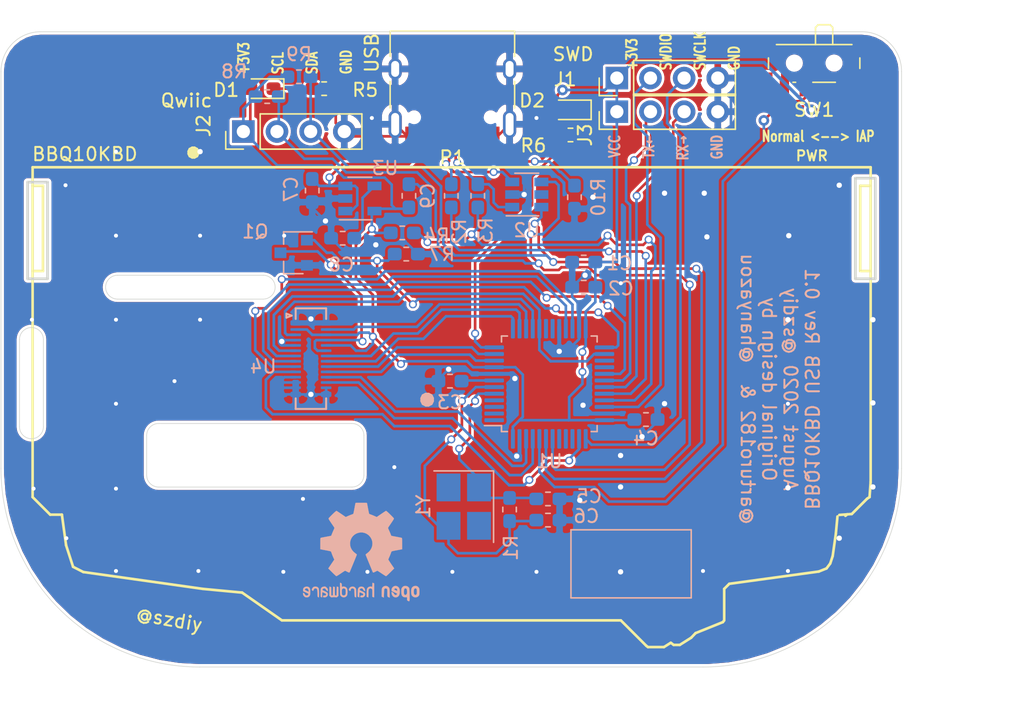
<source format=kicad_pcb>
(kicad_pcb (version 20171130) (host pcbnew 5.1.7+dfsg1-1)
  (layers (0 F.Cu signal) (31 B.Cu signal) (34 B.Paste user) (35 F.Paste user) (36 B.SilkS user) (37 F.SilkS user) (38 B.Mask user) (39 F.Mask user) (44 Edge.Cuts user))
  (net 0 "")
  (net 1 GND)
  (net 2 +3V3)
  (net 3 /NRST)
  (net 4 /OSCIN)
  (net 5 /OSCOUT)
  (net 6 "Net-(C8-Pad1)")
  (net 7 "Net-(D1-Pad1)")
  (net 8 "Net-(D2-Pad1)")
  (net 9 /SWCLK)
  (net 10 /SWDIO)
  (net 11 /SDA)
  (net 12 /SCL)
  (net 13 /RX)
  (net 14 /TX)
  (net 15 "Net-(P1-PadA7)")
  (net 16 "Net-(P1-PadA6)")
  (net 17 "Net-(Q1-Pad3)")
  (net 18 /BL_CTRL)
  (net 19 /PA11)
  (net 20 /PA12)
  (net 21 /LED)
  (net 22 /BOOT0)
  (net 23 /COL2)
  (net 24 /COL1)
  (net 25 /ROW7)
  (net 26 /ROW6)
  (net 27 /MIC)
  (net 28 /COL5)
  (net 29 /COL4)
  (net 30 /COL3)
  (net 31 /ROW5)
  (net 32 /ROW4)
  (net 33 /ROW3)
  (net 34 /ROW2)
  (net 35 /ROW1)
  (net 36 "Net-(U1-Pad41)")
  (net 37 "Net-(U1-Pad40)")
  (net 38 "Net-(U1-Pad39)")
  (net 39 "Net-(U1-Pad28)")
  (net 40 "Net-(U1-Pad27)")
  (net 41 "Net-(U1-Pad19)")
  (net 42 "Net-(U1-Pad18)")
  (net 43 "Net-(U1-Pad4)")
  (net 44 "Net-(U1-Pad3)")
  (net 45 "Net-(U1-Pad2)")
  (net 46 "Net-(U1-Pad1)")
  (net 47 "Net-(U2-Pad5)")
  (net 48 +5V)
  (net 49 "Net-(P1-PadA11)")
  (net 50 "Net-(P1-PadA10)")
  (net 51 "Net-(P1-PadA8)")
  (net 52 /CC1)
  (net 53 "Net-(P1-PadA3)")
  (net 54 "Net-(P1-PadA2)")
  (module Resistor_SMD:R_0603_1608Metric_Pad1.05x0.95mm_HandSolder (layer B.Cu) (at 58.3 27.5 270)
    (fp_text reference R10 (at 0 -1.8 90) (layer B.SilkS) (effects (justify mirror)))
    (fp_text value 5.1K)
    (pad 2 smd roundrect (at 0.875 0 270) (size 1.05 0.95) (layers B.Cu B.Paste B.Mask) (net 1 GND))
    (pad 1 smd roundrect (at -0.875 0 270) (size 1.05 0.95) (layers B.Cu B.Paste B.Mask) (net 52 /CC1))
  )
  (module Resistor_SMD:R_0603_1608Metric_Pad1.05x0.95mm_HandSolder (layer B.Cu) (at 37.5 18.4)
    (fp_text reference R9 (at 0 -1.7) (layer B.SilkS) (effects (justify mirror)))
    (fp_text value 4k7)
    (pad 2 smd roundrect (at 0.875 0) (size 1.05 0.95) (layers B.Cu B.Paste B.Mask) (net 11 /SDA))
    (pad 1 smd roundrect (at -0.875 0) (size 1.05 0.95) (layers B.Cu B.Paste B.Mask) (net 2 +3V3))
  )
  (module Resistor_SMD:R_0603_1608Metric_Pad1.05x0.95mm_HandSolder (layer B.Cu) (at 35.1 19.9)
    (fp_text reference R8 (at -2.5 -1.9) (layer B.SilkS) (effects (justify mirror)))
    (fp_text value 4k7)
    (pad 2 smd roundrect (at 0.875 0) (size 1.05 0.95) (layers B.Cu B.Paste B.Mask) (net 12 /SCL))
    (pad 1 smd roundrect (at -0.875 0) (size 1.05 0.95) (layers B.Cu B.Paste B.Mask) (net 2 +3V3))
  )
  (module Capacitor_SMD:C_0603_1608Metric_Pad1.05x0.95mm_HandSolder (layer B.Cu) (at 45.8 27.4 90)
    (fp_text reference C9 (at 0 1.43 90) (layer B.SilkS) (effects (justify mirror)))
    (fp_text value 104)
    (pad 2 smd roundrect (at 0.875 0 90) (size 1.05 0.95) (layers B.Cu B.Paste B.Mask) (net 1 GND))
    (pad 1 smd roundrect (at -0.875 0 90) (size 1.05 0.95) (layers B.Cu B.Paste B.Mask) (net 2 +3V3))
  )
  (module Q10_keyboard:BBQ10KBD (layer F.Cu) (at 49 42.3)
    (fp_text reference REF** hide)
    (fp_text value BBQ10KBD)
    (fp_line (start -30.48798 -15.936106) (end -31.98798 -15.936106) (layer Edge.Cuts) (width 0.2))
    (fp_line (start -31.98798 -15.936106) (end -31.98798 -8.636106) (layer Edge.Cuts) (width 0.2))
    (fp_line (start -31.98798 -8.636106) (end -30.48798 -8.636106) (layer Edge.Cuts) (width 0.2))
    (fp_line (start -30.48798 -8.636106) (end -30.48798 -15.936106) (layer Edge.Cuts) (width 0.2))
    (fp_line (start 30.51202 -16.236106) (end 30.51202 -8.636106) (layer Edge.Cuts) (width 0.2))
    (fp_line (start 30.51202 -8.636106) (end 32.01202 -8.636106) (layer Edge.Cuts) (width 0.2))
    (fp_line (start 32.01202 -16.236106) (end 30.51202 -16.236106) (layer Edge.Cuts) (width 0.2))
    (fp_line (start 32.01202 -8.636106) (end 32.01202 -16.236106) (layer Edge.Cuts) (width 0.2))
  )
  (module Symbol:OSHW-Logo2_9.8x8mm_SilkScreen (layer B.Cu) (at 42.2 54.3 180)
    (fp_text reference REF** hide)
    (fp_text value OSHW-Logo2_9.8x8mm_SilkScreen hide)
  )
  (module Crystal:Crystal_SMD_3225-4Pin_3.2x2.5mm_HandSoldering (layer B.Cu) (at 49.942 50.882 270)
    (fp_text reference Y1 (at 0 3.05 90) (layer B.SilkS) (effects (justify mirror)))
    (fp_text value 16M)
    (pad 1 smd rect (at -1.45 -1.15 270) (size 2.1 1.8) (layers B.Cu B.Paste B.Mask) (net 4 /OSCIN))
    (pad 4 smd rect (at 1.45 -1.15 270) (size 2.1 1.8) (layers B.Cu B.Paste B.Mask))
    (pad 2 smd rect (at 1.45 1.15 270) (size 2.1 1.8) (layers B.Cu B.Paste B.Mask) (net 5 /OSCOUT))
    (pad 3 smd rect (at -1.45 1.15 270) (size 2.1 1.8) (layers B.Cu B.Paste B.Mask))
  )
  (module Package_TO_SOT_SMD:SOT-23-5 (layer B.Cu) (at 42.1 27.6)
    (fp_text reference U3 (at 1.9 -2.3) (layer B.SilkS) (effects (justify mirror)))
    (fp_text value MIC5219-3.3YM5)
    (pad 1 smd rect (at -1.1 0.95) (size 1.06 0.65) (layers B.Cu B.Paste B.Mask) (net 48 +5V))
    (pad 2 smd rect (at -1.1 0) (size 1.06 0.65) (layers B.Cu B.Paste B.Mask) (net 1 GND))
    (pad 3 smd rect (at -1.1 -0.95) (size 1.06 0.65) (layers B.Cu B.Paste B.Mask) (net 48 +5V))
    (pad 4 smd rect (at 1.1 -0.95) (size 1.06 0.65) (layers B.Cu B.Paste B.Mask) (net 6 "Net-(C8-Pad1)"))
    (pad 5 smd rect (at 1.1 0.95) (size 1.06 0.65) (layers B.Cu B.Paste B.Mask) (net 2 +3V3))
  )
  (module Package_TO_SOT_SMD:SOT-23-6 (layer B.Cu) (at 54.7 27.3)
    (fp_text reference U2 (at 0 2.7) (layer B.SilkS) (effects (justify mirror)))
    (fp_text value SRV05-4)
    (pad 1 smd rect (at -1.1 0.95) (size 1.06 0.65) (layers B.Cu B.Paste B.Mask) (net 16 "Net-(P1-PadA6)"))
    (pad 2 smd rect (at -1.1 0) (size 1.06 0.65) (layers B.Cu B.Paste B.Mask) (net 1 GND))
    (pad 3 smd rect (at -1.1 -0.95) (size 1.06 0.65) (layers B.Cu B.Paste B.Mask) (net 15 "Net-(P1-PadA7)"))
    (pad 4 smd rect (at 1.1 -0.95) (size 1.06 0.65) (layers B.Cu B.Paste B.Mask) (net 12 /SCL))
    (pad 6 smd rect (at 1.1 0.95) (size 1.06 0.65) (layers B.Cu B.Paste B.Mask) (net 11 /SDA))
    (pad 5 smd rect (at 1.1 0) (size 1.06 0.65) (layers B.Cu B.Paste B.Mask) (net 47 "Net-(U2-Pad5)"))
  )
  (module Package_QFP:LQFP-48_7x7mm_P0.5mm (layer B.Cu) (at 56.4 41.6)
    (fp_text reference U1 (at 0 5.85) (layer B.SilkS) (effects (justify mirror)))
    (fp_text value STM32F103C8Tx)
    (pad 1 smd roundrect (at -4.1625 2.75) (size 1.475 0.3) (layers B.Cu B.Paste B.Mask) (net 46 "Net-(U1-Pad1)"))
    (pad 2 smd roundrect (at -4.1625 2.25) (size 1.475 0.3) (layers B.Cu B.Paste B.Mask) (net 45 "Net-(U1-Pad2)"))
    (pad 3 smd roundrect (at -4.1625 1.75) (size 1.475 0.3) (layers B.Cu B.Paste B.Mask) (net 44 "Net-(U1-Pad3)"))
    (pad 4 smd roundrect (at -4.1625 1.25) (size 1.475 0.3) (layers B.Cu B.Paste B.Mask) (net 43 "Net-(U1-Pad4)"))
    (pad 5 smd roundrect (at -4.1625 0.75) (size 1.475 0.3) (layers B.Cu B.Paste B.Mask) (net 4 /OSCIN))
    (pad 6 smd roundrect (at -4.1625 0.25) (size 1.475 0.3) (layers B.Cu B.Paste B.Mask) (net 5 /OSCOUT))
    (pad 7 smd roundrect (at -4.1625 -0.25) (size 1.475 0.3) (layers B.Cu B.Paste B.Mask) (net 3 /NRST))
    (pad 8 smd roundrect (at -4.1625 -0.75) (size 1.475 0.3) (layers B.Cu B.Paste B.Mask) (net 1 GND))
    (pad 9 smd roundrect (at -4.1625 -1.25) (size 1.475 0.3) (layers B.Cu B.Paste B.Mask) (net 2 +3V3))
    (pad 10 smd roundrect (at -4.1625 -1.75) (size 1.475 0.3) (layers B.Cu B.Paste B.Mask) (net 28 /COL5))
    (pad 11 smd roundrect (at -4.1625 -2.25) (size 1.475 0.3) (layers B.Cu B.Paste B.Mask) (net 32 /ROW4))
    (pad 12 smd roundrect (at -4.1625 -2.75) (size 1.475 0.3) (layers B.Cu B.Paste B.Mask) (net 21 /LED))
    (pad 13 smd roundrect (at -2.75 -4.1625) (size 0.3 1.475) (layers B.Cu B.Paste B.Mask) (net 31 /ROW5))
    (pad 14 smd roundrect (at -2.25 -4.1625) (size 0.3 1.475) (layers B.Cu B.Paste B.Mask) (net 26 /ROW6))
    (pad 15 smd roundrect (at -1.75 -4.1625) (size 0.3 1.475) (layers B.Cu B.Paste B.Mask) (net 25 /ROW7))
    (pad 16 smd roundrect (at -1.25 -4.1625) (size 0.3 1.475) (layers B.Cu B.Paste B.Mask) (net 18 /BL_CTRL))
    (pad 17 smd roundrect (at -0.75 -4.1625) (size 0.3 1.475) (layers B.Cu B.Paste B.Mask) (net 27 /MIC))
    (pad 18 smd roundrect (at -0.25 -4.1625) (size 0.3 1.475) (layers B.Cu B.Paste B.Mask) (net 42 "Net-(U1-Pad18)"))
    (pad 19 smd roundrect (at 0.25 -4.1625) (size 0.3 1.475) (layers B.Cu B.Paste B.Mask) (net 41 "Net-(U1-Pad19)"))
    (pad 20 smd roundrect (at 0.75 -4.1625) (size 0.3 1.475) (layers B.Cu B.Paste B.Mask) (net 1 GND))
    (pad 21 smd roundrect (at 1.25 -4.1625) (size 0.3 1.475) (layers B.Cu B.Paste B.Mask) (net 34 /ROW2))
    (pad 22 smd roundrect (at 1.75 -4.1625) (size 0.3 1.475) (layers B.Cu B.Paste B.Mask) (net 23 /COL2))
    (pad 23 smd roundrect (at 2.25 -4.1625) (size 0.3 1.475) (layers B.Cu B.Paste B.Mask) (net 1 GND))
    (pad 24 smd roundrect (at 2.75 -4.1625) (size 0.3 1.475) (layers B.Cu B.Paste B.Mask) (net 2 +3V3))
    (pad 25 smd roundrect (at 4.1625 -2.75) (size 1.475 0.3) (layers B.Cu B.Paste B.Mask) (net 35 /ROW1))
    (pad 26 smd roundrect (at 4.1625 -2.25) (size 1.475 0.3) (layers B.Cu B.Paste B.Mask) (net 27 /MIC))
    (pad 27 smd roundrect (at 4.1625 -1.75) (size 1.475 0.3) (layers B.Cu B.Paste B.Mask) (net 40 "Net-(U1-Pad27)"))
    (pad 28 smd roundrect (at 4.1625 -1.25) (size 1.475 0.3) (layers B.Cu B.Paste B.Mask) (net 39 "Net-(U1-Pad28)"))
    (pad 29 smd roundrect (at 4.1625 -0.75) (size 1.475 0.3) (layers B.Cu B.Paste B.Mask) (net 24 /COL1))
    (pad 30 smd roundrect (at 4.1625 -0.25) (size 1.475 0.3) (layers B.Cu B.Paste B.Mask) (net 14 /TX))
    (pad 31 smd roundrect (at 4.1625 0.25) (size 1.475 0.3) (layers B.Cu B.Paste B.Mask) (net 13 /RX))
    (pad 32 smd roundrect (at 4.1625 0.75) (size 1.475 0.3) (layers B.Cu B.Paste B.Mask) (net 19 /PA11))
    (pad 33 smd roundrect (at 4.1625 1.25) (size 1.475 0.3) (layers B.Cu B.Paste B.Mask) (net 20 /PA12))
    (pad 34 smd roundrect (at 4.1625 1.75) (size 1.475 0.3) (layers B.Cu B.Paste B.Mask) (net 10 /SWDIO))
    (pad 35 smd roundrect (at 4.1625 2.25) (size 1.475 0.3) (layers B.Cu B.Paste B.Mask) (net 1 GND))
    (pad 36 smd roundrect (at 4.1625 2.75) (size 1.475 0.3) (layers B.Cu B.Paste B.Mask) (net 2 +3V3))
    (pad 37 smd roundrect (at 2.75 4.1625) (size 0.3 1.475) (layers B.Cu B.Paste B.Mask) (net 9 /SWCLK))
    (pad 38 smd roundrect (at 2.25 4.1625) (size 0.3 1.475) (layers B.Cu B.Paste B.Mask) (net 30 /COL3))
    (pad 39 smd roundrect (at 1.75 4.1625) (size 0.3 1.475) (layers B.Cu B.Paste B.Mask) (net 38 "Net-(U1-Pad39)"))
    (pad 40 smd roundrect (at 1.25 4.1625) (size 0.3 1.475) (layers B.Cu B.Paste B.Mask) (net 37 "Net-(U1-Pad40)"))
    (pad 41 smd roundrect (at 0.75 4.1625) (size 0.3 1.475) (layers B.Cu B.Paste B.Mask) (net 36 "Net-(U1-Pad41)"))
    (pad 42 smd roundrect (at 0.25 4.1625) (size 0.3 1.475) (layers B.Cu B.Paste B.Mask) (net 12 /SCL))
    (pad 43 smd roundrect (at -0.25 4.1625) (size 0.3 1.475) (layers B.Cu B.Paste B.Mask) (net 11 /SDA))
    (pad 44 smd roundrect (at -0.75 4.1625) (size 0.3 1.475) (layers B.Cu B.Paste B.Mask) (net 22 /BOOT0))
    (pad 45 smd roundrect (at -1.25 4.1625) (size 0.3 1.475) (layers B.Cu B.Paste B.Mask) (net 29 /COL4))
    (pad 46 smd roundrect (at -1.75 4.1625) (size 0.3 1.475) (layers B.Cu B.Paste B.Mask) (net 33 /ROW3))
    (pad 47 smd roundrect (at -2.25 4.1625) (size 0.3 1.475) (layers B.Cu B.Paste B.Mask) (net 1 GND))
    (pad 48 smd roundrect (at -2.75 4.1625) (size 0.3 1.475) (layers B.Cu B.Paste B.Mask) (net 2 +3V3))
  )
  (module Button_Switch_SMD:SW_SPDT_PCM12 (layer F.Cu) (at 76.4 17.7 180)
    (fp_text reference SW1 (at 0 -3.2) (layer F.SilkS))
    (fp_text value SW_SPDT)
    (pad "" smd rect (at -3.65 -0.78 180) (size 1 0.8) (layers F.Cu F.Paste F.Mask))
    (pad "" smd rect (at 3.65 -0.78 180) (size 1 0.8) (layers F.Cu F.Paste F.Mask))
    (pad "" smd rect (at 3.65 1.43 180) (size 1 0.8) (layers F.Cu F.Paste F.Mask))
    (pad "" smd rect (at -3.65 1.43 180) (size 1 0.8) (layers F.Cu F.Paste F.Mask))
    (pad 3 smd rect (at 2.25 -1.43 180) (size 0.7 1.5) (layers F.Cu F.Paste F.Mask) (net 1 GND))
    (pad 2 smd rect (at 0.75 -1.43 180) (size 0.7 1.5) (layers F.Cu F.Paste F.Mask) (net 22 /BOOT0))
    (pad 1 smd rect (at -2.25 -1.43 180) (size 0.7 1.5) (layers F.Cu F.Paste F.Mask) (net 2 +3V3))
    (pad "" np_thru_hole circle (at 1.5 0.33 180) (size 0.9 0.9) (drill 0.9) (layers *.Cu *.Mask))
    (pad "" np_thru_hole circle (at -1.5 0.33 180) (size 0.9 0.9) (drill 0.9) (layers *.Cu *.Mask))
  )
  (module Resistor_SMD:R_0603_1608Metric_Pad1.05x0.95mm_HandSolder (layer B.Cu) (at 45.6 31.8)
    (fp_text reference R7 (at 2.7 0) (layer B.SilkS) (effects (justify mirror)))
    (fp_text value 1.5K)
    (pad 1 smd roundrect (at -0.875 0) (size 1.05 0.95) (layers B.Cu B.Paste B.Mask) (net 18 /BL_CTRL))
    (pad 2 smd roundrect (at 0.875 0) (size 1.05 0.95) (layers B.Cu B.Paste B.Mask) (net 1 GND))
  )
  (module Resistor_SMD:R_0603_1608Metric_Pad1.05x0.95mm_HandSolder (layer F.Cu) (at 58 22.8)
    (fp_text reference R6 (at -2.8 0.8) (layer F.SilkS))
    (fp_text value 1K)
    (pad 1 smd roundrect (at -0.875 0) (size 1.05 0.95) (layers F.Cu F.Paste F.Mask) (net 21 /LED))
    (pad 2 smd roundrect (at 0.875 0) (size 1.05 0.95) (layers F.Cu F.Paste F.Mask) (net 8 "Net-(D2-Pad1)"))
  )
  (module Resistor_SMD:R_0603_1608Metric_Pad1.05x0.95mm_HandSolder (layer F.Cu) (at 39.4 19.3 180)
    (fp_text reference R5 (at -3.1 -0.1) (layer F.SilkS))
    (fp_text value 1K)
    (pad 1 smd roundrect (at -0.875 0 180) (size 1.05 0.95) (layers F.Cu F.Paste F.Mask) (net 1 GND))
    (pad 2 smd roundrect (at 0.875 0 180) (size 1.05 0.95) (layers F.Cu F.Paste F.Mask) (net 7 "Net-(D1-Pad1)"))
  )
  (module Resistor_SMD:R_0603_1608Metric_Pad1.05x0.95mm_HandSolder (layer B.Cu) (at 45.3 30.2)
    (fp_text reference R4 (at 2.6 0.2) (layer B.SilkS) (effects (justify mirror)))
    (fp_text value 1.5K)
    (pad 1 smd roundrect (at -0.875 0) (size 1.05 0.95) (layers B.Cu B.Paste B.Mask) (net 2 +3V3))
    (pad 2 smd roundrect (at 0.875 0) (size 1.05 0.95) (layers B.Cu B.Paste B.Mask) (net 20 /PA12))
  )
  (module Resistor_SMD:R_0603_1608Metric_Pad1.05x0.95mm_HandSolder (layer B.Cu) (at 51 27.4 90)
    (fp_text reference R3 (at -2.6 0.6 90) (layer B.SilkS) (effects (justify mirror)))
    (fp_text value 20R)
    (pad 1 smd roundrect (at -0.875 0 90) (size 1.05 0.95) (layers B.Cu B.Paste B.Mask) (net 20 /PA12))
    (pad 2 smd roundrect (at 0.875 0 90) (size 1.05 0.95) (layers B.Cu B.Paste B.Mask) (net 16 "Net-(P1-PadA6)"))
  )
  (module Resistor_SMD:R_0603_1608Metric_Pad1.05x0.95mm_HandSolder (layer B.Cu) (at 49 27.4 90)
    (fp_text reference R2 (at -2.7 0.6 -90) (layer B.SilkS) (effects (justify mirror)))
    (fp_text value 20R)
    (pad 1 smd roundrect (at -0.875 0 90) (size 1.05 0.95) (layers B.Cu B.Paste B.Mask) (net 19 /PA11))
    (pad 2 smd roundrect (at 0.875 0 90) (size 1.05 0.95) (layers B.Cu B.Paste B.Mask) (net 15 "Net-(P1-PadA7)"))
  )
  (module Resistor_SMD:R_0603_1608Metric_Pad1.05x0.95mm_HandSolder (layer B.Cu) (at 53.4 51.1 270)
    (fp_text reference R1 (at 2.9 -0.1 90) (layer B.SilkS) (effects (justify mirror)))
    (fp_text value 1M)
    (pad 1 smd roundrect (at -0.875 0 270) (size 1.05 0.95) (layers B.Cu B.Paste B.Mask) (net 4 /OSCIN))
    (pad 2 smd roundrect (at 0.875 0 270) (size 1.05 0.95) (layers B.Cu B.Paste B.Mask) (net 5 /OSCOUT))
  )
  (module Package_TO_SOT_SMD:SOT-23 (layer B.Cu) (at 37.1 31.7 180)
    (fp_text reference Q1 (at 2.9 1.6) (layer B.SilkS) (effects (justify mirror)))
    (fp_text value BSS138)
    (pad 1 smd rect (at -1 0.95 180) (size 0.9 0.8) (layers B.Cu B.Paste B.Mask) (net 18 /BL_CTRL))
    (pad 2 smd rect (at -1 -0.95 180) (size 0.9 0.8) (layers B.Cu B.Paste B.Mask) (net 1 GND))
    (pad 3 smd rect (at 1 0 180) (size 0.9 0.8) (layers B.Cu B.Paste B.Mask) (net 17 "Net-(Q1-Pad3)"))
  )
  (module Connector_PinHeader_2.54mm:PinHeader_1x04_P2.54mm_Vertical (layer F.Cu) (at 61.5 21.04 90)
    (fp_text reference J3 (at -1.76 -2.4 90) (layer F.SilkS))
    (fp_text value Conn_01x04)
    (pad 1 thru_hole rect (at 0 0 90) (size 1.7 1.7) (drill 1) (layers *.Cu *.Mask) (net 2 +3V3))
    (pad 2 thru_hole oval (at 0 2.54 90) (size 1.7 1.7) (drill 1) (layers *.Cu *.Mask) (net 14 /TX))
    (pad 3 thru_hole oval (at 0 5.08 90) (size 1.7 1.7) (drill 1) (layers *.Cu *.Mask) (net 13 /RX))
    (pad 4 thru_hole oval (at 0 7.62 90) (size 1.7 1.7) (drill 1) (layers *.Cu *.Mask) (net 1 GND))
  )
  (module Connector_PinHeader_2.54mm:PinHeader_1x04_P2.54mm_Vertical (layer F.Cu) (at 33.3 22.54 90)
    (fp_text reference J2 (at 0.44 -3 90) (layer F.SilkS))
    (fp_text value Conn_01x04)
    (pad 1 thru_hole rect (at 0 0 90) (size 1.7 1.7) (drill 1) (layers *.Cu *.Mask) (net 2 +3V3))
    (pad 2 thru_hole oval (at 0 2.54 90) (size 1.7 1.7) (drill 1) (layers *.Cu *.Mask) (net 12 /SCL))
    (pad 3 thru_hole oval (at 0 5.08 90) (size 1.7 1.7) (drill 1) (layers *.Cu *.Mask) (net 11 /SDA))
    (pad 4 thru_hole oval (at 0 7.62 90) (size 1.7 1.7) (drill 1) (layers *.Cu *.Mask) (net 1 GND))
  )
  (module Connector_PinHeader_2.54mm:PinHeader_1x04_P2.54mm_Vertical (layer F.Cu) (at 61.5 18.5 90)
    (fp_text reference J1 (at -0.1 -3.9 180) (layer F.SilkS))
    (fp_text value Conn_01x04)
    (pad 1 thru_hole rect (at 0 0 90) (size 1.7 1.7) (drill 1) (layers *.Cu *.Mask) (net 2 +3V3))
    (pad 2 thru_hole oval (at 0 2.54 90) (size 1.7 1.7) (drill 1) (layers *.Cu *.Mask) (net 10 /SWDIO))
    (pad 3 thru_hole oval (at 0 5.08 90) (size 1.7 1.7) (drill 1) (layers *.Cu *.Mask) (net 9 /SWCLK))
    (pad 4 thru_hole oval (at 0 7.62 90) (size 1.7 1.7) (drill 1) (layers *.Cu *.Mask) (net 1 GND))
  )
  (module LED_SMD:LED_0603_1608Metric_Pad1.05x0.95mm_HandSolder (layer F.Cu) (at 57.9 20.9 180)
    (fp_text reference D2 (at 2.8 0.7) (layer F.SilkS))
    (fp_text value LED)
    (pad 1 smd roundrect (at -0.875 0 180) (size 1.05 0.95) (layers F.Cu F.Paste F.Mask) (net 8 "Net-(D2-Pad1)"))
    (pad 2 smd roundrect (at 0.875 0 180) (size 1.05 0.95) (layers F.Cu F.Paste F.Mask) (net 2 +3V3))
  )
  (module LED_SMD:LED_0603_1608Metric_Pad1.05x0.95mm_HandSolder (layer F.Cu) (at 34.7 19.3 180)
    (fp_text reference D1 (at 2.7 -0.1) (layer F.SilkS))
    (fp_text value LED)
    (pad 1 smd roundrect (at -0.875 0 180) (size 1.05 0.95) (layers F.Cu F.Paste F.Mask) (net 7 "Net-(D1-Pad1)"))
    (pad 2 smd roundrect (at 0.875 0 180) (size 1.05 0.95) (layers F.Cu F.Paste F.Mask) (net 2 +3V3))
  )
  (module Capacitor_SMD:C_0603_1608Metric_Pad1.05x0.95mm_HandSolder (layer B.Cu) (at 40.8 30.6 180)
    (fp_text reference C8 (at 0.1 -2) (layer B.SilkS) (effects (justify mirror)))
    (fp_text value 470PF)
    (pad 1 smd roundrect (at -0.875 0 180) (size 1.05 0.95) (layers B.Cu B.Paste B.Mask) (net 6 "Net-(C8-Pad1)"))
    (pad 2 smd roundrect (at 0.875 0 180) (size 1.05 0.95) (layers B.Cu B.Paste B.Mask) (net 1 GND))
  )
  (module Capacitor_SMD:C_0603_1608Metric_Pad1.05x0.95mm_HandSolder (layer B.Cu) (at 38.5 27 90)
    (fp_text reference C7 (at 0.1 -1.6 90) (layer B.SilkS) (effects (justify mirror)))
    (fp_text value 104)
    (pad 1 smd roundrect (at -0.875 0 90) (size 1.05 0.95) (layers B.Cu B.Paste B.Mask) (net 1 GND))
    (pad 2 smd roundrect (at 0.875 0 90) (size 1.05 0.95) (layers B.Cu B.Paste B.Mask) (net 48 +5V))
  )
  (module Capacitor_SMD:C_0603_1608Metric_Pad1.05x0.95mm_HandSolder (layer B.Cu) (at 56.3 51.9)
    (fp_text reference C6 (at 2.9 -0.3) (layer B.SilkS) (effects (justify mirror)))
    (fp_text value 10P)
    (pad 1 smd roundrect (at -0.875 0) (size 1.05 0.95) (layers B.Cu B.Paste B.Mask) (net 5 /OSCOUT))
    (pad 2 smd roundrect (at 0.875 0) (size 1.05 0.95) (layers B.Cu B.Paste B.Mask) (net 1 GND))
  )
  (module Capacitor_SMD:C_0603_1608Metric_Pad1.05x0.95mm_HandSolder (layer B.Cu) (at 56.3 50.3)
    (fp_text reference C5 (at 3.1 -0.2) (layer B.SilkS) (effects (justify mirror)))
    (fp_text value 10P)
    (pad 1 smd roundrect (at -0.875 0) (size 1.05 0.95) (layers B.Cu B.Paste B.Mask) (net 4 /OSCIN))
    (pad 2 smd roundrect (at 0.875 0) (size 1.05 0.95) (layers B.Cu B.Paste B.Mask) (net 1 GND))
  )
  (module Capacitor_SMD:C_0603_1608Metric_Pad1.05x0.95mm_HandSolder (layer B.Cu) (at 63.7 44.3)
    (fp_text reference C4 (at 0 1.43 180) (layer B.SilkS) (effects (justify mirror)))
    (fp_text value 104)
    (pad 1 smd roundrect (at -0.875 0) (size 1.05 0.95) (layers B.Cu B.Paste B.Mask) (net 2 +3V3))
    (pad 2 smd roundrect (at 0.875 0) (size 1.05 0.95) (layers B.Cu B.Paste B.Mask) (net 1 GND))
  )
  (module Capacitor_SMD:C_0603_1608Metric_Pad1.05x0.95mm_HandSolder (layer B.Cu) (at 48.9 41.4)
    (fp_text reference C3 (at 0 1.6) (layer B.SilkS) (effects (justify mirror)))
    (fp_text value 103)
    (pad 1 smd roundrect (at -0.875 0) (size 1.05 0.95) (layers B.Cu B.Paste B.Mask) (net 1 GND))
    (pad 2 smd roundrect (at 0.875 0) (size 1.05 0.95) (layers B.Cu B.Paste B.Mask) (net 3 /NRST))
  )
  (module Capacitor_SMD:C_0603_1608Metric_Pad1.05x0.95mm_HandSolder (layer B.Cu) (at 59 34.3 180)
    (fp_text reference C2 (at -2.8 -0.1) (layer B.SilkS) (effects (justify mirror)))
    (fp_text value 104)
    (pad 1 smd roundrect (at -0.875 0 180) (size 1.05 0.95) (layers B.Cu B.Paste B.Mask) (net 2 +3V3))
    (pad 2 smd roundrect (at 0.875 0 180) (size 1.05 0.95) (layers B.Cu B.Paste B.Mask) (net 1 GND))
  )
  (module Capacitor_SMD:C_0603_1608Metric_Pad1.05x0.95mm_HandSolder (layer B.Cu) (at 59 32.4 180)
    (fp_text reference C1 (at -2.7 -0.1) (layer B.SilkS) (effects (justify mirror)))
    (fp_text value 102)
    (pad 1 smd roundrect (at -0.875 0 180) (size 1.05 0.95) (layers B.Cu B.Paste B.Mask) (net 2 +3V3))
    (pad 2 smd roundrect (at 0.875 0 180) (size 1.05 0.95) (layers B.Cu B.Paste B.Mask) (net 1 GND))
  )
  (module "Q10_keyboard:BM14B(0.8)-24DS-0.4V(53)" (layer B.Cu) (at 38.4 39.7 270)
    (fp_text reference U4 (at 0.6 3.6 180) (layer B.SilkS) (effects (justify mirror)))
    (fp_text value BBQ10KBD)
    (pad 28 smd roundrect (at -2.7 -1.15 270) (size 0.4 0.8) (layers B.Cu B.Paste B.Mask) (net 1 GND))
    (pad 15 smd roundrect (at 2.7 -1.15 270) (size 0.4 0.8) (layers B.Cu B.Paste B.Mask) (net 1 GND))
    (pad 14 smd roundrect (at 2.7 1.15 270) (size 0.4 0.8) (layers B.Cu B.Paste B.Mask) (net 1 GND))
    (pad 1 smd roundrect (at -2.7 1.15 270) (size 0.4 0.8) (layers B.Cu B.Paste B.Mask) (net 1 GND))
    (pad 27 smd roundrect (at -2.2 -1.15 270) (size 0.2 0.8) (layers B.Cu B.Paste B.Mask) (net 25 /ROW7))
    (pad 26 smd roundrect (at -1.8 -1.15 270) (size 0.2 0.8) (layers B.Cu B.Paste B.Mask) (net 2 +3V3))
    (pad 25 smd roundrect (at -1.4 -1.15 270) (size 0.2 0.8) (layers B.Cu B.Paste B.Mask) (net 17 "Net-(Q1-Pad3)"))
    (pad 24 smd roundrect (at -1 -1.15 270) (size 0.2 0.8) (layers B.Cu B.Paste B.Mask) (net 2 +3V3))
    (pad 23 smd roundrect (at -0.6 -1.15 270) (size 0.2 0.8) (layers B.Cu B.Paste B.Mask) (net 17 "Net-(Q1-Pad3)"))
    (pad 22 smd roundrect (at -0.2 -1.15 270) (size 0.2 0.8) (layers B.Cu B.Paste B.Mask) (net 26 /ROW6))
    (pad 21 smd roundrect (at 0.2 -1.15 270) (size 0.2 0.8) (layers B.Cu B.Paste B.Mask) (net 31 /ROW5))
    (pad 20 smd roundrect (at 0.6 -1.15 270) (size 0.2 0.8) (layers B.Cu B.Paste B.Mask) (net 32 /ROW4))
    (pad 19 smd roundrect (at 1 -1.15 270) (size 0.2 0.8) (layers B.Cu B.Paste B.Mask) (net 28 /COL5))
    (pad 18 smd roundrect (at 1.4 -1.15 270) (size 0.2 0.8) (layers B.Cu B.Paste B.Mask) (net 33 /ROW3))
    (pad 17 smd roundrect (at 1.8 -1.15 270) (size 0.2 0.8) (layers B.Cu B.Paste B.Mask) (net 29 /COL4))
    (pad 16 smd roundrect (at 2.2 -1.15 270) (size 0.2 0.8) (layers B.Cu B.Paste B.Mask) (net 1 GND))
    (pad 13 smd roundrect (at 2.2 1.15 270) (size 0.2 0.8) (layers B.Cu B.Paste B.Mask) (net 1 GND))
    (pad 12 smd roundrect (at 1.8 1.15 270) (size 0.2 0.8) (layers B.Cu B.Paste B.Mask) (net 1 GND))
    (pad 11 smd roundrect (at 1.4 1.15 270) (size 0.2 0.8) (layers B.Cu B.Paste B.Mask) (net 1 GND))
    (pad 10 smd roundrect (at 1 1.15 270) (size 0.2 0.8) (layers B.Cu B.Paste B.Mask) (net 30 /COL3))
    (pad 9 smd roundrect (at 0.6 1.15 270) (size 0.2 0.8) (layers B.Cu B.Paste B.Mask) (net 23 /COL2))
    (pad 8 smd roundrect (at 0.2 1.15 270) (size 0.2 0.8) (layers B.Cu B.Paste B.Mask) (net 34 /ROW2))
    (pad 7 smd roundrect (at -0.2 1.15 270) (size 0.2 0.8) (layers B.Cu B.Paste B.Mask) (net 24 /COL1))
    (pad 6 smd roundrect (at -0.6 1.15 270) (size 0.2 0.8) (layers B.Cu B.Paste B.Mask) (net 35 /ROW1))
    (pad 5 smd roundrect (at -1 1.15 270) (size 0.2 0.8) (layers B.Cu B.Paste B.Mask) (net 1 GND))
    (pad 4 smd roundrect (at -1.4 1.15 270) (size 0.2 0.8) (layers B.Cu B.Paste B.Mask) (net 1 GND))
    (pad 3 smd roundrect (at -1.8 1.15 270) (size 0.2 0.8) (layers B.Cu B.Paste B.Mask) (net 27 /MIC))
    (pad 2 smd roundrect (at -2.2 1.15 270) (size 0.2 0.8) (layers B.Cu B.Paste B.Mask) (net 2 +3V3))
  )
  (module Q10_keyboard:USB_C_Receptacle_HRO_TYPE-C-31-M-12 (layer F.Cu) (at 49.082 18.858 180)
    (fp_text reference P1 (at 0 -5.645 180) (layer F.SilkS))
    (fp_text value USB_C_Plug_USB2.0-Connector)
    (pad S1 thru_hole oval (at 4.32 1.05 180) (size 1 1.6) (drill oval 0.6 1.2) (layers *.Cu *.Mask) (net 1 GND))
    (pad "" np_thru_hole circle (at 2.89 -2.6 180) (size 0.65 0.65) (drill 0.65) (layers *.Cu *.Mask))
    (pad S1 thru_hole oval (at -4.32 1.05 180) (size 1 1.6) (drill oval 0.6 1.2) (layers *.Cu *.Mask) (net 1 GND))
    (pad "" np_thru_hole circle (at -2.89 -2.6 180) (size 0.65 0.65) (drill 0.65) (layers *.Cu *.Mask))
    (pad S1 thru_hole oval (at -4.32 -3.13 180) (size 1 2.1) (drill oval 0.6 1.7) (layers *.Cu *.Mask) (net 1 GND))
    (pad S1 thru_hole oval (at 4.32 -3.13 180) (size 1 2.1) (drill oval 0.6 1.7) (layers *.Cu *.Mask) (net 1 GND))
    (pad A6 smd rect (at -0.25 -4.045 180) (size 0.3 1.45) (layers F.Cu F.Paste F.Mask) (net 16 "Net-(P1-PadA6)"))
    (pad A11 smd rect (at 1.75 -4.045 180) (size 0.3 1.45) (layers F.Cu F.Paste F.Mask) (net 49 "Net-(P1-PadA11)"))
    (pad A10 smd rect (at 1.25 -4.045 180) (size 0.3 1.45) (layers F.Cu F.Paste F.Mask) (net 50 "Net-(P1-PadA10)"))
    (pad A8 smd rect (at 0.75 -4.045 180) (size 0.3 1.45) (layers F.Cu F.Paste F.Mask) (net 51 "Net-(P1-PadA8)"))
    (pad A7 smd rect (at 0.25 -4.045 180) (size 0.3 1.45) (layers F.Cu F.Paste F.Mask) (net 15 "Net-(P1-PadA7)"))
    (pad A5 smd rect (at -0.75 -4.045 180) (size 0.3 1.45) (layers F.Cu F.Paste F.Mask) (net 52 /CC1))
    (pad A3 smd rect (at -1.25 -4.045 180) (size 0.3 1.45) (layers F.Cu F.Paste F.Mask) (net 53 "Net-(P1-PadA3)"))
    (pad A2 smd rect (at -1.75 -4.045 180) (size 0.3 1.45) (layers F.Cu F.Paste F.Mask) (net 54 "Net-(P1-PadA2)"))
    (pad A12 smd rect (at 3.25 -4.045 180) (size 0.6 1.45) (layers F.Cu F.Paste F.Mask) (net 1 GND))
    (pad B4 smd rect (at 2.45 -4.045 180) (size 0.6 1.45) (layers F.Cu F.Paste F.Mask) (net 48 +5V))
    (pad A4 smd rect (at -2.45 -4.045 180) (size 0.6 1.45) (layers F.Cu F.Paste F.Mask) (net 48 +5V))
    (pad A1 smd rect (at -3.25 -4.045 180) (size 0.6 1.45) (layers F.Cu F.Paste F.Mask) (net 1 GND))
    (pad B12 smd rect (at -3.25 -4.045 180) (size 0.6 1.45) (layers F.Cu F.Paste F.Mask) (net 1 GND))
    (pad B9 smd rect (at -2.45 -4.045 180) (size 0.6 1.45) (layers F.Cu F.Paste F.Mask) (net 48 +5V))
    (pad A9 smd rect (at 2.45 -4.045 180) (size 0.6 1.45) (layers F.Cu F.Paste F.Mask) (net 48 +5V))
    (pad B1 smd rect (at 3.25 -4.045 180) (size 0.6 1.45) (layers F.Cu F.Paste F.Mask) (net 1 GND))
  )
  (gr_line (start 26 45.5) (end 26 48.5) (layer Edge.Cuts) (width 0.05))
  (gr_line (start 42.4 45.5) (end 42.4 48.5) (layer Edge.Cuts) (width 0.05))
  (gr_arc (start 26.9 48.5) (end 26 48.5) (angle -90) (layer Edge.Cuts) (width 0.05))
  (gr_arc (start 41.5 48.5) (end 41.5 49.4) (angle -90) (layer Edge.Cuts) (width 0.05))
  (gr_text "+3V3\n\nSCL\n\nSDA\n\nGND" (at 37.2 18.3 90) (layer F.SilkS) (effects (font (size 0.8 0.6)) (justify left)))
  (gr_text "Normal <--> IAP" (at 76.7 22.9) (layer F.SilkS) (effects (font (size 0.8 0.6))))
  (gr_text BBQ10KBD (at 21.3325 24.2485) (layer F.SilkS) (effects (font (size 1 1))))
  (gr_text "+3V3\n\nSWDIO\n\nSWCLK\n\nGND" (at 66.5 18 90) (layer F.SilkS) (effects (font (size 0.8 0.6)) (justify left)))
  (gr_line (start 16.4 44.85) (end 16.4 38.25) (layer Edge.Cuts) (width 0.05))
  (gr_arc (start 17.3 44.85) (end 16.4 44.85) (angle -180) (layer Edge.Cuts) (width 0.05))
  (gr_arc (start 17.3 38.25) (end 18.2 38.25) (angle -180) (layer Edge.Cuts) (width 0.05))
  (gr_line (start 18.2 38.25) (end 18.2 44.85) (layer Edge.Cuts) (width 0.05))
  (gr_arc (start 34.8 34.3) (end 34.8 35.2) (angle -180) (layer Edge.Cuts) (width 0.05))
  (gr_line (start 23.8 33.4) (end 34.8 33.4) (layer Edge.Cuts) (width 0.05))
  (gr_line (start 34.8 35.2) (end 23.8 35.2) (layer Edge.Cuts) (width 0.05))
  (gr_arc (start 23.8 34.3) (end 23.8 33.4) (angle -180) (layer Edge.Cuts) (width 0.05))
  (gr_line (start 83 18) (end 83 48) (layer Edge.Cuts) (width 0.05))
  (gr_line (start 68 63) (end 30 63) (layer Edge.Cuts) (width 0.05))
  (gr_arc (start 80 18) (end 83 18) (angle -90) (layer Edge.Cuts) (width 0.05))
  (gr_arc (start 68 48) (end 68 63) (angle -90) (layer Edge.Cuts) (width 0.05))
  (gr_arc (start 30 48) (end 15 48) (angle -90) (layer Edge.Cuts) (width 0.05))
  (gr_text "VCC\n\nTX←\n\nRX→\n\nGND" (at 65.2 22.7 90) (layer B.SilkS) (effects (font (size 0.8 0.6)) (justify right)))
  (gr_text @szdiy (at 27.7 59.4 350) (layer F.SilkS) (effects (font (size 1 1))))
  (gr_text "BBQ10KBD USB Rev 0.1\nAugust 2020 @szdiy\nOriginal design by\n@arturo182 &  @hanyazou" (at 73.8 42 270) (layer B.SilkS) (effects (font (size 1 1)) (justify mirror)))
  (gr_line (start 41.5 49.4) (end 26.9 49.4) (layer Edge.Cuts) (width 0.05))
  (gr_line (start 26.9 44.6) (end 41.5 44.6) (layer Edge.Cuts) (width 0.05))
  (gr_arc (start 41.5 45.5) (end 42.4 45.5) (angle -90) (layer Edge.Cuts) (width 0.05))
  (gr_arc (start 26.9 45.5) (end 26.9 44.6) (angle -90) (layer Edge.Cuts) (width 0.05))
  (gr_line (start 18 15) (end 80 15) (layer Edge.Cuts) (width 0.05))
  (gr_arc (start 18 18) (end 18 15) (angle -90) (layer Edge.Cuts) (width 0.05))
  (gr_line (start 15 18) (end 15 48) (layer Edge.Cuts) (width 0.05))
  (gr_text ● (at 47.177 42.727) (layer B.SilkS) (effects (font (size 1.016 1.016) (thickness 0.254)) (justify mirror)))
  (gr_text Qwiic (at 29 20.2) (layer F.SilkS) (effects (font (size 0.9906 0.9906) (thickness 0.1524))))
  (gr_text USB (at 43 16.6 90) (layer F.SilkS) (effects (font (size 0.9906 0.9906) (thickness 0.1524))))
  (gr_text SWD (at 58.2 16.7) (layer F.SilkS) (effects (font (size 0.9906 0.9906) (thickness 0.1524))))
  (gr_text ● (at 29.524 24.058) (layer F.SilkS) (effects (font (size 0.9906 0.9906) (thickness 0.1524))))
  (gr_text PWR (at 74.9265 24.3755) (layer F.SilkS) (effects (font (size 0.762 0.762)) (justify left)))
  (gr_line (start 58.0355 52.633) (end 58.0355 57.7765) (layer B.SilkS) (width 0.12))
  (gr_line (start 67.116 52.633) (end 58.0355 52.633) (layer B.SilkS) (width 0.12))
  (gr_line (start 58.0355 57.7765) (end 67.116 57.7765) (layer B.SilkS) (width 0.12))
  (gr_line (start 67.116 57.7765) (end 67.116 52.633) (layer B.SilkS) (width 0.12))
  (via (at 68.1 27.2) (size 0.6) (drill 0.4) (layers F.Cu B.Cu) (net 1))
  (segment (start 68.3 30.5) (end 74.39 30.5) (width 0.2) (layer F.Cu) (net 1))
  (segment (start 74.39 30.5) (end 74.482 30.408) (width 0.2) (layer F.Cu) (net 1))
  (via (at 74.482 30.408) (size 0.6) (drill 0.4) (layers F.Cu B.Cu) (net 1))
  (via (at 68.3 30.5) (size 0.6) (drill 0.4) (layers F.Cu B.Cu) (net 1))
  (segment (start 70.12 20) (end 70.12 22.54) (width 0.2) (layer B.Cu) (net 1))
  (segment (start 40.275 21.895) (end 40.92 22.54) (width 0.2) (layer F.Cu) (net 1))
  (segment (start 40.275 19.3) (end 40.275 21.895) (width 0.2) (layer F.Cu) (net 1))
  (segment (start 45.832 22.903) (end 45.832 23.168) (width 0.2) (layer F.Cu) (net 1))
  (segment (start 41.283 22.903) (end 40.92 22.54) (width 0.2) (layer F.Cu) (net 1))
  (segment (start 45.832 22.903) (end 41.283 22.903) (width 0.2) (layer F.Cu) (net 1))
  (segment (start 52.487 22.903) (end 53.402 21.988) (width 0.2) (layer F.Cu) (net 1))
  (segment (start 52.332 22.903) (end 52.487 22.903) (width 0.2) (layer F.Cu) (net 1))
  (segment (start 39.925 30.6) (end 39.925 29.725) (width 0.2) (layer B.Cu) (net 1))
  (via (at 39.5 29.3) (size 0.6) (drill 0.4) (layers F.Cu B.Cu) (net 1))
  (segment (start 39.925 29.725) (end 39.5 29.3) (width 0.2) (layer B.Cu) (net 1))
  (segment (start 38.5 28.3) (end 39.5 29.3) (width 0.2) (layer B.Cu) (net 1))
  (segment (start 38.5 27.875) (end 38.5 28.3) (width 0.2) (layer B.Cu) (net 1))
  (segment (start 38.775 27.6) (end 38.5 27.875) (width 0.2) (layer B.Cu) (net 1))
  (segment (start 41 27.6) (end 38.775 27.6) (width 0.2) (layer B.Cu) (net 1))
  (segment (start 45.677 22.903) (end 44.762 21.988) (width 0.2) (layer F.Cu) (net 1))
  (segment (start 45.832 22.903) (end 45.677 22.903) (width 0.2) (layer F.Cu) (net 1))
  (segment (start 58.125 32.4) (end 58.125 34.3) (width 0.2) (layer B.Cu) (net 1))
  (segment (start 58.65 37.4375) (end 58.65 35.55) (width 0.2) (layer B.Cu) (net 1))
  (segment (start 58.125 35.025) (end 58.125 34.3) (width 0.2) (layer B.Cu) (net 1))
  (segment (start 58.65 35.55) (end 58.125 35.025) (width 0.2) (layer B.Cu) (net 1))
  (segment (start 57.175 51.9) (end 57.175 50.3) (width 0.2) (layer B.Cu) (net 1))
  (segment (start 57.175 50.3) (end 58.6 50.3) (width 0.2) (layer B.Cu) (net 1))
  (via (at 58.7 50.4) (size 0.6) (drill 0.4) (layers F.Cu B.Cu) (net 1))
  (segment (start 58.6 50.3) (end 58.7 50.4) (width 0.2) (layer B.Cu) (net 1))
  (segment (start 48.025 41.4) (end 48.025 41.275) (width 0.2) (layer B.Cu) (net 1))
  (via (at 43.3 31.1) (size 0.6) (drill 0.4) (layers F.Cu B.Cu) (net 1))
  (segment (start 57.15 37.4375) (end 57.15 39.15) (width 0.2) (layer B.Cu) (net 1))
  (via (at 57.15 39.15) (size 0.6) (drill 0.4) (layers F.Cu B.Cu) (net 1))
  (segment (start 60.5625 43.85) (end 59.65 43.85) (width 0.2) (layer B.Cu) (net 1))
  (via (at 58.946568 43.219101) (size 0.6) (drill 0.4) (layers F.Cu B.Cu) (net 1))
  (segment (start 59.019101 43.219101) (end 58.946568 43.219101) (width 0.2) (layer B.Cu) (net 1))
  (segment (start 59.65 43.85) (end 59.019101 43.219101) (width 0.2) (layer B.Cu) (net 1))
  (segment (start 72.6 20) (end 70.12 20) (width 0.2) (layer F.Cu) (net 1))
  (segment (start 73.25 19.35) (end 72.6 20) (width 0.2) (layer F.Cu) (net 1))
  (segment (start 54.15 46.857588) (end 53.939534 47.068054) (width 0.2) (layer B.Cu) (net 1))
  (segment (start 54.15 45.7625) (end 54.15 46.857588) (width 0.2) (layer B.Cu) (net 1))
  (via (at 53.939534 47.068054) (size 0.6) (drill 0.4) (layers F.Cu B.Cu) (net 1))
  (segment (start 58.65 38.215685) (end 58.65 37.4375) (width 0.2) (layer B.Cu) (net 1))
  (segment (start 57.15 39.15) (end 57.715685 39.15) (width 0.2) (layer B.Cu) (net 1))
  (segment (start 57.715685 39.15) (end 58.65 38.215685) (width 0.2) (layer B.Cu) (net 1))
  (segment (start 37.25 41.9) (end 37.25 42.4) (width 0.2) (layer B.Cu) (net 1))
  (segment (start 39.55 41.9) (end 39.55 42.4) (width 0.2) (layer B.Cu) (net 1))
  (via (at 38.4 42.4) (size 0.6) (drill 0.4) (layers F.Cu B.Cu) (net 1))
  (segment (start 39.55 42.4) (end 38.4 42.4) (width 0.2) (layer B.Cu) (net 1))
  (segment (start 38.4 42.4) (end 37.25 42.4) (width 0.2) (layer B.Cu) (net 1))
  (via (at 38.4 36.7) (size 0.6) (drill 0.4) (layers F.Cu B.Cu) (net 1))
  (segment (start 38.4 37) (end 38.4 36.7) (width 0.2) (layer B.Cu) (net 1))
  (segment (start 37.25 37) (end 38.4 37) (width 0.2) (layer B.Cu) (net 1))
  (segment (start 38.4 37) (end 39.55 37) (width 0.2) (layer B.Cu) (net 1))
  (segment (start 37.25 41.1) (end 36.4 41.1) (width 0.2) (layer B.Cu) (net 1))
  (segment (start 36.4 41.1) (end 36.1 41.4) (width 0.2) (layer B.Cu) (net 1))
  (segment (start 36.1 42.2) (end 36.3 42.4) (width 0.2) (layer B.Cu) (net 1))
  (segment (start 36.3 42.4) (end 37.25 42.4) (width 0.2) (layer B.Cu) (net 1))
  (segment (start 36.2 41.9) (end 36.1 42) (width 0.2) (layer B.Cu) (net 1))
  (segment (start 37.25 41.9) (end 36.2 41.9) (width 0.2) (layer B.Cu) (net 1))
  (segment (start 36.1 42) (end 36.1 42.2) (width 0.2) (layer B.Cu) (net 1))
  (segment (start 37.25 41.5) (end 36.1 41.5) (width 0.2) (layer B.Cu) (net 1))
  (segment (start 36.1 41.5) (end 36.1 42) (width 0.2) (layer B.Cu) (net 1))
  (segment (start 36.1 41.4) (end 36.1 41.5) (width 0.2) (layer B.Cu) (net 1))
  (segment (start 64.575 44.3) (end 64.575 43.625) (width 0.2) (layer B.Cu) (net 1))
  (via (at 65.1 43.1) (size 0.6) (drill 0.4) (layers F.Cu B.Cu) (net 1))
  (segment (start 64.575 43.625) (end 65.1 43.1) (width 0.2) (layer B.Cu) (net 1))
  (via (at 78.292 26.598) (size 0.6) (drill 0.4) (layers F.Cu B.Cu) (net 1))
  (via (at 37.8 50.3) (size 0.6) (drill 0.3) (layers F.Cu B.Cu) (net 1))
  (via (at 80.832 43.0445) (size 0.6) (drill 0.4) (layers F.Cu B.Cu) (net 1))
  (via (at 23.682 49.5215) (size 0.6) (drill 0.3) (layers F.Cu B.Cu) (net 1))
  (via (at 30.032 30.408) (size 0.6) (drill 0.3) (layers F.Cu B.Cu) (net 1))
  (via (at 23.682 36.758) (size 0.6) (drill 0.3) (layers F.Cu B.Cu) (net 1))
  (via (at 80.832 36.758) (size 0.6) (drill 0.4) (layers F.Cu B.Cu) (net 1))
  (via (at 36.382 30.408) (size 0.6) (drill 0.3) (layers F.Cu B.Cu) (net 1))
  (via (at 74.4185 49.458) (size 0.6) (drill 0.4) (layers F.Cu B.Cu) (net 1))
  (via (at 30.032 36.758) (size 0.6) (drill 0.3) (layers F.Cu B.Cu) (net 1))
  (via (at 49.082 55.808) (size 0.6) (drill 0.3) (layers F.Cu B.Cu) (net 1))
  (via (at 55.432 55.808) (size 0.6) (drill 0.3) (layers F.Cu B.Cu) (net 1))
  (via (at 61.782 55.808) (size 0.6) (drill 0.4) (layers F.Cu B.Cu) (net 1))
  (via (at 68.005 55.7445) (size 0.6) (drill 0.3) (layers F.Cu B.Cu) (net 1))
  (via (at 74.4185 55.7445) (size 0.6) (drill 0.3) (layers F.Cu B.Cu) (net 1))
  (via (at 80.832 49.3945) (size 0.6) (drill 0.4) (layers F.Cu B.Cu) (net 1))
  (via (at 17.459 49.5215) (size 0.6) (drill 0.3) (layers F.Cu B.Cu) (net 1))
  (via (at 23.682 55.7445) (size 0.6) (drill 0.3) (layers F.Cu B.Cu) (net 1))
  (via (at 29.905 55.7445) (size 0.6) (drill 0.3) (layers F.Cu B.Cu) (net 1))
  (via (at 36.3185 55.808) (size 0.6) (drill 0.3) (layers F.Cu B.Cu) (net 1))
  (via (at 42.6685 55.808) (size 0.6) (drill 0.3) (layers F.Cu B.Cu) (net 1))
  (via (at 19.9355 53.268) (size 0.6) (drill 0.3) (layers F.Cu B.Cu) (net 1))
  (via (at 61.782 49.3945) (size 0.6) (drill 0.4) (layers F.Cu B.Cu) (net 1))
  (via (at 74.4185 43.108) (size 0.6) (drill 0.3) (layers F.Cu B.Cu) (net 1))
  (via (at 74.4185 36.758) (size 0.6) (drill 0.4) (layers F.Cu B.Cu) (net 1))
  (via (at 23.682 30.408) (size 0.6) (drill 0.3) (layers F.Cu B.Cu) (net 1))
  (via (at 17.332 36.758) (size 0.6) (drill 0.3) (layers F.Cu B.Cu) (net 1))
  (via (at 23.682 24.058) (size 0.6) (drill 0.3) (layers F.Cu B.Cu) (net 1))
  (via (at 30.032 24.058) (size 0.6) (drill 0.4) (layers F.Cu B.Cu) (net 1))
  (via (at 19.872 26.598) (size 0.6) (drill 0.3) (layers F.Cu B.Cu) (net 1))
  (via (at 23.682 43.108) (size 0.6) (drill 0.3) (layers F.Cu B.Cu) (net 1))
  (via (at 78.292 53.268) (size 0.6) (drill 0.4) (layers F.Cu B.Cu) (net 1))
  (via (at 55.432 21.518) (size 0.6) (drill 0.3) (layers F.Cu B.Cu) (net 1))
  (via (at 43.002 21.518) (size 0.6) (drill 0.3) (layers F.Cu B.Cu) (net 1))
  (via (at 28.1 41.4) (size 0.6) (drill 0.3) (layers F.Cu B.Cu) (net 1))
  (via (at 61.8 34) (size 0.6) (drill 0.3) (layers F.Cu B.Cu) (net 1))
  (via (at 44.7 47.9) (size 0.6) (drill 0.3) (layers F.Cu B.Cu) (net 1))
  (segment (start 17.459 50.7915) (end 19.9355 53.268) (width 0.25) (layer B.Cu) (net 1))
  (segment (start 17.459 49.5215) (end 17.459 50.7915) (width 0.25) (layer B.Cu) (net 1))
  (segment (start 21.2055 53.268) (end 23.682 55.7445) (width 0.25) (layer B.Cu) (net 1))
  (segment (start 19.9355 53.268) (end 21.2055 53.268) (width 0.25) (layer B.Cu) (net 1))
  (segment (start 23.682 55.7445) (end 29.905 55.7445) (width 0.25) (layer B.Cu) (net 1))
  (segment (start 36.255 55.7445) (end 36.3185 55.808) (width 0.25) (layer B.Cu) (net 1))
  (segment (start 29.905 55.7445) (end 36.255 55.7445) (width 0.25) (layer B.Cu) (net 1))
  (segment (start 23.682 49.5215) (end 23.682 43.108) (width 0.25) (layer B.Cu) (net 1))
  (segment (start 26.392 43.108) (end 28.1 41.4) (width 0.25) (layer B.Cu) (net 1))
  (segment (start 23.682 43.108) (end 26.392 43.108) (width 0.25) (layer B.Cu) (net 1))
  (segment (start 28.1 38.69) (end 30.032 36.758) (width 0.25) (layer B.Cu) (net 1))
  (segment (start 28.1 41.4) (end 28.1 38.69) (width 0.25) (layer B.Cu) (net 1))
  (segment (start 30.032 36.758) (end 23.682 36.758) (width 0.25) (layer B.Cu) (net 1))
  (segment (start 23.682 36.758) (end 17.332 36.758) (width 0.25) (layer B.Cu) (net 1))
  (segment (start 21.142 26.598) (end 23.682 24.058) (width 0.25) (layer B.Cu) (net 1))
  (segment (start 19.872 26.598) (end 21.142 26.598) (width 0.25) (layer B.Cu) (net 1))
  (segment (start 23.682 24.058) (end 30.032 24.058) (width 0.25) (layer B.Cu) (net 1))
  (segment (start 30.032 24.058) (end 30.032 30.408) (width 0.25) (layer B.Cu) (net 1))
  (segment (start 30.032 30.408) (end 36.382 30.408) (width 0.25) (layer B.Cu) (net 1))
  (segment (start 33.849 27.875) (end 30.032 24.058) (width 0.25) (layer B.Cu) (net 1))
  (segment (start 38.5 27.875) (end 34.025 27.875) (width 0.2) (layer B.Cu) (net 1))
  (segment (start 34.025 27.875) (end 33.849 27.875) (width 0.2) (layer B.Cu) (net 1))
  (segment (start 30.032 30.408) (end 23.682 30.408) (width 0.2) (layer B.Cu) (net 1))
  (segment (start 42.6685 55.808) (end 49.082 55.808) (width 0.2) (layer B.Cu) (net 1))
  (segment (start 49.082 55.808) (end 55.432 55.808) (width 0.2) (layer B.Cu) (net 1))
  (segment (start 55.432 55.808) (end 61.782 55.808) (width 0.2) (layer B.Cu) (net 1))
  (segment (start 67.9415 55.808) (end 68.005 55.7445) (width 0.2) (layer B.Cu) (net 1))
  (segment (start 61.782 55.808) (end 67.9415 55.808) (width 0.2) (layer B.Cu) (net 1))
  (segment (start 68.005 55.7445) (end 74.4185 55.7445) (width 0.2) (layer B.Cu) (net 1))
  (segment (start 75.8155 55.7445) (end 78.292 53.268) (width 0.2) (layer B.Cu) (net 1))
  (segment (start 74.4185 55.7445) (end 75.8155 55.7445) (width 0.2) (layer B.Cu) (net 1))
  (segment (start 78.292 51.9345) (end 80.832 49.3945) (width 0.2) (layer B.Cu) (net 1))
  (segment (start 78.292 53.268) (end 78.292 51.9345) (width 0.2) (layer B.Cu) (net 1))
  (segment (start 74.482 49.3945) (end 74.4185 49.458) (width 0.2) (layer B.Cu) (net 1))
  (segment (start 80.832 49.3945) (end 74.482 49.3945) (width 0.2) (layer B.Cu) (net 1))
  (segment (start 74.4185 49.458) (end 74.4185 43.108) (width 0.2) (layer B.Cu) (net 1))
  (segment (start 80.7685 43.108) (end 80.832 43.0445) (width 0.2) (layer B.Cu) (net 1))
  (segment (start 74.4185 43.108) (end 80.7685 43.108) (width 0.2) (layer B.Cu) (net 1))
  (segment (start 80.832 43.0445) (end 80.832 36.758) (width 0.2) (layer B.Cu) (net 1))
  (segment (start 80.832 36.758) (end 74.4185 36.758) (width 0.2) (layer B.Cu) (net 1))
  (segment (start 74.4185 30.4715) (end 74.482 30.408) (width 0.2) (layer B.Cu) (net 1))
  (segment (start 74.4185 36.758) (end 74.4185 30.4715) (width 0.2) (layer B.Cu) (net 1))
  (segment (start 74.482 30.408) (end 78.292 26.598) (width 0.2) (layer B.Cu) (net 1))
  (segment (start 58.7 52.726) (end 61.782 55.808) (width 0.2) (layer B.Cu) (net 1))
  (segment (start 58.7 50.4) (end 58.7 52.726) (width 0.2) (layer B.Cu) (net 1))
  (segment (start 55.432 21.518) (end 55.432 23.632) (width 0.2) (layer B.Cu) (net 1))
  (segment (start 55.432 21.518) (end 54.2 20.286) (width 0.2) (layer B.Cu) (net 1))
  (segment (start 54.2 20.286) (end 44.114 20.286) (width 0.2) (layer B.Cu) (net 1))
  (segment (start 43.002 21.398) (end 43.002 21.518) (width 0.2) (layer B.Cu) (net 1))
  (segment (start 44.114 20.286) (end 43.002 21.398) (width 0.2) (layer B.Cu) (net 1))
  (segment (start 61.782 49.3945) (end 61.782 47.894501) (width 0.2) (layer F.Cu) (net 1))
  (segment (start 61.782 47.894501) (end 61.782 47.018) (width 0.2) (layer F.Cu) (net 1))
  (via (at 61.782 47.018) (size 0.6) (drill 0.4) (layers F.Cu B.Cu) (net 1))
  (segment (start 59.7055 49.3945) (end 58.7 50.4) (width 0.2) (layer F.Cu) (net 1))
  (segment (start 61.782 49.3945) (end 59.7055 49.3945) (width 0.2) (layer F.Cu) (net 1))
  (segment (start 68.1 30.3) (end 68.3 30.5) (width 0.2) (layer B.Cu) (net 1))
  (segment (start 68.1 27.2) (end 68.1 30.3) (width 0.2) (layer B.Cu) (net 1))
  (segment (start 43.000001 31.399999) (end 43.3 31.1) (width 0.2) (layer B.Cu) (net 1))
  (segment (start 39.925 30.6) (end 40.724999 31.399999) (width 0.2) (layer B.Cu) (net 1))
  (segment (start 40.724999 31.399999) (end 43.000001 31.399999) (width 0.2) (layer B.Cu) (net 1))
  (segment (start 64.575 44.3) (end 64.575 44.425) (width 0.2) (layer B.Cu) (net 1))
  (via (at 63.4 45.6) (size 0.6) (drill 0.4) (layers F.Cu B.Cu) (net 1))
  (segment (start 64.575 44.425) (end 63.4 45.6) (width 0.2) (layer B.Cu) (net 1))
  (segment (start 61.982 47.018) (end 61.782 47.018) (width 0.2) (layer F.Cu) (net 1))
  (segment (start 63.4 45.6) (end 61.982 47.018) (width 0.2) (layer F.Cu) (net 1))
  (segment (start 61.327467 45.6) (end 58.946568 43.219101) (width 0.2) (layer F.Cu) (net 1))
  (segment (start 63.4 45.6) (end 61.327467 45.6) (width 0.2) (layer F.Cu) (net 1))
  (segment (start 57.788487 43.219101) (end 53.939534 47.068054) (width 0.2) (layer F.Cu) (net 1))
  (segment (start 58.946568 43.219101) (end 57.788487 43.219101) (width 0.2) (layer F.Cu) (net 1))
  (segment (start 58.946568 43.219101) (end 57.4 41.672533) (width 0.2) (layer F.Cu) (net 1))
  (segment (start 57.4 39.4) (end 57.15 39.15) (width 0.2) (layer F.Cu) (net 1))
  (segment (start 57.4 41.672533) (end 57.4 39.4) (width 0.2) (layer F.Cu) (net 1))
  (via (at 53.8 41.2) (size 0.6) (drill 0.4) (layers F.Cu B.Cu) (net 1))
  (segment (start 53.45 40.85) (end 53.8 41.2) (width 0.2) (layer B.Cu) (net 1))
  (segment (start 52.2375 40.85) (end 53.45 40.85) (width 0.2) (layer B.Cu) (net 1))
  (segment (start 55.85 39.15) (end 57.15 39.15) (width 0.2) (layer F.Cu) (net 1))
  (segment (start 53.8 41.2) (end 55.85 39.15) (width 0.2) (layer F.Cu) (net 1))
  (segment (start 61.8 34) (end 59.7 34) (width 0.2) (layer F.Cu) (net 1))
  (segment (start 59.7 34) (end 59.1 33.4) (width 0.2) (layer F.Cu) (net 1))
  (via (at 59.1 33.4) (size 0.6) (drill 0.4) (layers F.Cu B.Cu) (net 1))
  (segment (start 59.025 33.4) (end 58.125 34.3) (width 0.2) (layer B.Cu) (net 1))
  (segment (start 59.1 33.4) (end 59.025 33.4) (width 0.2) (layer B.Cu) (net 1))
  (segment (start 68.1 27.2) (end 65.1 27.2) (width 0.2) (layer F.Cu) (net 1))
  (via (at 65.1 27.2) (size 0.6) (drill 0.4) (layers F.Cu B.Cu) (net 1))
  (via (at 48.8 40.5) (size 0.6) (drill 0.4) (layers F.Cu B.Cu) (net 1))
  (segment (start 48.025 41.275) (end 48.8 40.5) (width 0.2) (layer B.Cu) (net 1))
  (segment (start 50.160156 40.5) (end 48.8 40.5) (width 0.2) (layer B.Cu) (net 1))
  (segment (start 52.2375 40.85) (end 50.510156 40.85) (width 0.2) (layer B.Cu) (net 1))
  (segment (start 50.510156 40.85) (end 50.160156 40.5) (width 0.2) (layer B.Cu) (net 1))
  (segment (start 37.25 38.7) (end 36.476792 38.7) (width 0.2) (layer B.Cu) (net 1))
  (segment (start 37.25 38.3) (end 36.5 38.3) (width 0.2) (layer B.Cu) (net 1))
  (segment (start 36.5 38.3) (end 36.3 38.3) (width 0.2) (layer B.Cu) (net 1))
  (segment (start 36.3 38.7) (end 36.2 38.6) (width 0.2) (layer B.Cu) (net 1))
  (segment (start 36.476792 38.7) (end 36.3 38.7) (width 0.2) (layer B.Cu) (net 1))
  (via (at 36.2 38.4) (size 0.6) (drill 0.4) (layers F.Cu B.Cu) (net 1))
  (segment (start 36.3 38.3) (end 36.2 38.4) (width 0.2) (layer B.Cu) (net 1))
  (segment (start 53.6 27.3) (end 54.49999 27.3) (width 0.2) (layer B.Cu) (net 1))
  (via (at 54.49999 27.3) (size 0.6) (drill 0.4) (layers F.Cu B.Cu) (net 1))
  (segment (start 47 31.8) (end 46.475 31.8) (width 0.2) (layer B.Cu) (net 1))
  (segment (start 47.235403 30.024998) (end 47.599403 30.388998) (width 0.2) (layer B.Cu) (net 1))
  (segment (start 47.235403 27.335403) (end 47.235403 30.024998) (width 0.2) (layer B.Cu) (net 1))
  (segment (start 46.425 26.525) (end 47.235403 27.335403) (width 0.2) (layer B.Cu) (net 1))
  (segment (start 45.8 26.525) (end 46.425 26.525) (width 0.2) (layer B.Cu) (net 1))
  (segment (start 73.63 19.35) (end 74.25 18.73) (width 0.2) (layer F.Cu) (net 1))
  (segment (start 73.25 19.35) (end 73.63 19.35) (width 0.2) (layer F.Cu) (net 1))
  (segment (start 45.675 31) (end 46.475 31.8) (width 0.2) (layer B.Cu) (net 1))
  (segment (start 43.4 31) (end 45.675 31) (width 0.2) (layer B.Cu) (net 1))
  (segment (start 43.3 31.1) (end 43.4 31) (width 0.2) (layer B.Cu) (net 1))
  (segment (start 22.1 31.99) (end 23.682 30.408) (width 0.25) (layer B.Cu) (net 1))
  (segment (start 22.1 35.176) (end 22.1 31.99) (width 0.25) (layer B.Cu) (net 1))
  (segment (start 23.682 36.758) (end 22.1 35.176) (width 0.25) (layer B.Cu) (net 1))
  (segment (start 37.8 50.937) (end 36.3185 52.4185) (width 0.2) (layer B.Cu) (net 1))
  (segment (start 37.8 50.3) (end 37.8 50.937) (width 0.2) (layer B.Cu) (net 1))
  (segment (start 36.3185 55.808) (end 36.3185 52.4185) (width 0.25) (layer B.Cu) (net 1))
  (segment (start 40.7 53.8395) (end 42.6685 55.808) (width 0.2) (layer B.Cu) (net 1))
  (segment (start 40.7 51.3) (end 40.7 53.8395) (width 0.2) (layer B.Cu) (net 1))
  (segment (start 44.1 47.9) (end 40.7 51.3) (width 0.2) (layer B.Cu) (net 1))
  (segment (start 44.7 47.9) (end 44.1 47.9) (width 0.2) (layer B.Cu) (net 1))
  (segment (start 55.432 23.632) (end 54.49999 24.56401) (width 0.2) (layer B.Cu) (net 1))
  (segment (start 54.49999 24.56401) (end 54.49999 27.3) (width 0.2) (layer B.Cu) (net 1))
  (segment (start 59.625 28.375) (end 58.3 28.375) (width 0.2) (layer B.Cu) (net 1))
  (segment (start 59.5 25.2) (end 59.7 25.4) (width 0.2) (layer B.Cu) (net 1))
  (segment (start 59.7 28.3) (end 59.625 28.375) (width 0.2) (layer B.Cu) (net 1))
  (segment (start 57.9 25.2) (end 59.5 25.2) (width 0.2) (layer B.Cu) (net 1))
  (segment (start 59.7 25.4) (end 59.7 27.5) (width 0.2) (layer B.Cu) (net 1))
  (segment (start 56.332 23.632) (end 57.9 25.2) (width 0.2) (layer B.Cu) (net 1))
  (segment (start 55.432 23.632) (end 56.332 23.632) (width 0.2) (layer B.Cu) (net 1))
  (segment (start 59.7 27.5) (end 59.7 28.3) (width 0.2) (layer B.Cu) (net 1))
  (via (at 59.7 27.5) (size 0.8) (drill 0.4) (layers F.Cu B.Cu) (net 1))
  (segment (start 37.25 37.5) (end 38.1 37.5) (width 0.2) (layer B.Cu) (net 2))
  (segment (start 38.5 37.9) (end 39.55 37.9) (width 0.2) (layer B.Cu) (net 2))
  (segment (start 38.1 37.5) (end 38.5 37.9) (width 0.2) (layer B.Cu) (net 2))
  (via (at 57.4 19.4) (size 0.8) (drill 0.4) (layers F.Cu B.Cu) (net 2))
  (segment (start 57.025 19.775) (end 57.4 19.4) (width 0.2) (layer F.Cu) (net 2))
  (segment (start 57.025 20.9) (end 57.025 19.775) (width 0.2) (layer F.Cu) (net 2))
  (segment (start 57.4 19.4) (end 60.6 19.4) (width 0.2) (layer B.Cu) (net 2))
  (segment (start 33.825 22.015) (end 33.3 22.54) (width 0.2) (layer F.Cu) (net 2))
  (segment (start 33.825 19.3) (end 33.825 22.015) (width 0.2) (layer F.Cu) (net 2))
  (segment (start 53.65 45.7625) (end 53.65 44.85) (width 0.2) (layer B.Cu) (net 2))
  (segment (start 53.65 44.85) (end 54.15 44.35) (width 0.2) (layer B.Cu) (net 2))
  (segment (start 59.875 32.4) (end 59.875 34.3) (width 0.2) (layer B.Cu) (net 2))
  (segment (start 59.15 37.4375) (end 59.15 36.15) (width 0.2) (layer B.Cu) (net 2))
  (segment (start 59.875 35.425) (end 59.875 34.3) (width 0.2) (layer B.Cu) (net 2))
  (segment (start 59.15 36.15) (end 59.875 35.425) (width 0.2) (layer B.Cu) (net 2))
  (segment (start 33.3 20.825) (end 34.225 19.9) (width 0.2) (layer B.Cu) (net 2))
  (segment (start 33.3 22.54) (end 33.3 20.825) (width 0.2) (layer B.Cu) (net 2))
  (segment (start 34.225 19.9) (end 34.225 19.475) (width 0.2) (layer B.Cu) (net 2))
  (segment (start 35.3 18.4) (end 36.625 18.4) (width 0.2) (layer B.Cu) (net 2))
  (segment (start 34.225 19.475) (end 35.3 18.4) (width 0.2) (layer B.Cu) (net 2))
  (segment (start 62.775 44.35) (end 62.825 44.3) (width 0.2) (layer B.Cu) (net 2))
  (segment (start 60.5625 44.35) (end 62.775 44.35) (width 0.2) (layer B.Cu) (net 2))
  (via (at 76.2 20.9) (size 0.8) (drill 0.4) (layers F.Cu B.Cu) (net 2))
  (segment (start 43.375 28.375) (end 43.2 28.55) (width 0.2) (layer B.Cu) (net 2))
  (segment (start 59.15 37.4375) (end 59.15 38.75) (width 0.2) (layer B.Cu) (net 2))
  (segment (start 59.15 38.75) (end 58.9 39) (width 0.2) (layer B.Cu) (net 2))
  (segment (start 58.9 39) (end 58.9 39.2) (width 0.2) (layer B.Cu) (net 2))
  (via (at 58.9 39.2) (size 0.6) (drill 0.4) (layers F.Cu B.Cu) (net 2))
  (segment (start 58.9 39.2) (end 58.9 40.4) (width 0.2) (layer F.Cu) (net 2))
  (segment (start 57.9 44.3) (end 57.85 44.35) (width 0.2) (layer B.Cu) (net 2))
  (segment (start 57.9 42.6) (end 57.9 44.3) (width 0.2) (layer B.Cu) (net 2))
  (segment (start 57.85 44.35) (end 60.5625 44.35) (width 0.2) (layer B.Cu) (net 2))
  (segment (start 54.15 44.35) (end 57.85 44.35) (width 0.2) (layer B.Cu) (net 2))
  (via (at 58.9 40.7) (size 0.6) (drill 0.4) (layers F.Cu B.Cu) (net 2))
  (segment (start 58.9 40.4) (end 58.9 40.7) (width 0.2) (layer F.Cu) (net 2))
  (segment (start 58.9 41.6) (end 57.9 42.6) (width 0.2) (layer B.Cu) (net 2))
  (segment (start 58.9 40.7) (end 58.9 41.6) (width 0.2) (layer B.Cu) (net 2))
  (segment (start 43.970001 26.024999) (end 44.5 26.554998) (width 0.2) (layer B.Cu) (net 2))
  (segment (start 40.893599 26.024999) (end 43.970001 26.024999) (width 0.2) (layer B.Cu) (net 2))
  (segment (start 35.86 25.1) (end 39.9686 25.1) (width 0.2) (layer B.Cu) (net 2))
  (segment (start 39.9686 25.1) (end 40.893599 26.024999) (width 0.2) (layer B.Cu) (net 2))
  (segment (start 33.3 22.54) (end 35.86 25.1) (width 0.2) (layer B.Cu) (net 2))
  (segment (start 44.775 28.375) (end 44.5 28.1) (width 0.2) (layer B.Cu) (net 2))
  (segment (start 44.5 26.554998) (end 44.5 28.1) (width 0.2) (layer B.Cu) (net 2))
  (segment (start 44.775 28.375) (end 43.375 28.375) (width 0.2) (layer B.Cu) (net 2))
  (segment (start 54.15 44.35) (end 54.400002 44.099998) (width 0.2) (layer B.Cu) (net 2))
  (segment (start 54.400002 44.099998) (end 54.400002 40.911998) (width 0.2) (layer B.Cu) (net 2))
  (segment (start 54.400002 40.911998) (end 53.838004 40.35) (width 0.2) (layer B.Cu) (net 2))
  (segment (start 53.838004 40.35) (end 52.2375 40.35) (width 0.2) (layer B.Cu) (net 2))
  (via (at 43 29.9) (size 0.6) (drill 0.4) (layers F.Cu B.Cu) (net 2))
  (via (at 45.2 40.1) (size 0.6) (drill 0.4) (layers F.Cu B.Cu) (net 2))
  (segment (start 41.8 39.1) (end 42.560644 39.1) (width 0.2) (layer B.Cu) (net 2))
  (segment (start 43.079688 38.580956) (end 43.079688 38.035481) (width 0.2) (layer B.Cu) (net 2))
  (segment (start 41.8 31.1) (end 41.8 33.6) (width 0.2) (layer F.Cu) (net 2))
  (segment (start 42.560644 39.1) (end 43.079688 38.580956) (width 0.2) (layer B.Cu) (net 2))
  (segment (start 41.4 38.7) (end 41.8 39.1) (width 0.2) (layer B.Cu) (net 2))
  (segment (start 39.55 38.7) (end 41.4 38.7) (width 0.2) (layer B.Cu) (net 2))
  (segment (start 41.8 33.6) (end 43.079688 34.879688) (width 0.2) (layer F.Cu) (net 2))
  (via (at 43.079688 38.035481) (size 0.6) (drill 0.4) (layers F.Cu B.Cu) (net 2))
  (segment (start 43.135481 38.035481) (end 43.079688 38.035481) (width 0.2) (layer F.Cu) (net 2))
  (segment (start 45.2 40.1) (end 43.135481 38.035481) (width 0.2) (layer F.Cu) (net 2))
  (segment (start 43.079688 34.879688) (end 43.079688 38.035481) (width 0.2) (layer F.Cu) (net 2))
  (segment (start 42.779689 37.735482) (end 43.079688 38.035481) (width 0.2) (layer B.Cu) (net 2))
  (segment (start 39.55 37.9) (end 41.9 37.9) (width 0.2) (layer B.Cu) (net 2))
  (segment (start 42.064518 37.735482) (end 42.779689 37.735482) (width 0.2) (layer B.Cu) (net 2))
  (segment (start 43 29.9) (end 41.8 31.1) (width 0.2) (layer F.Cu) (net 2))
  (segment (start 41.9 37.9) (end 42.064518 37.735482) (width 0.2) (layer B.Cu) (net 2))
  (segment (start 45.4 39.9) (end 45.2 40.1) (width 0.2) (layer B.Cu) (net 2))
  (segment (start 50.2 39.9) (end 45.4 39.9) (width 0.2) (layer B.Cu) (net 2))
  (segment (start 50.65 40.35) (end 50.2 39.9) (width 0.2) (layer B.Cu) (net 2))
  (segment (start 52.2375 40.35) (end 50.65 40.35) (width 0.2) (layer B.Cu) (net 2))
  (segment (start 45.7 28.375) (end 45.8 28.275) (width 0.2) (layer B.Cu) (net 2))
  (segment (start 44.775 28.375) (end 45.7 28.375) (width 0.2) (layer B.Cu) (net 2))
  (segment (start 76.2 20.9) (end 78.1 20.9) (width 0.2) (layer F.Cu) (net 2))
  (segment (start 78.75 20.25) (end 78.75 18.73) (width 0.2) (layer F.Cu) (net 2))
  (segment (start 78.1 20.9) (end 78.75 20.25) (width 0.2) (layer F.Cu) (net 2))
  (segment (start 43.3 30.2) (end 43 29.9) (width 0.2) (layer B.Cu) (net 2))
  (segment (start 44.425 30.2) (end 43.3 30.2) (width 0.2) (layer B.Cu) (net 2))
  (segment (start 43 28.75) (end 43.2 28.55) (width 0.2) (layer B.Cu) (net 2))
  (segment (start 43 29.9) (end 43 28.75) (width 0.2) (layer B.Cu) (net 2))
  (segment (start 76.2 20.9) (end 72.624999 17.324999) (width 0.25) (layer B.Cu) (net 2))
  (segment (start 72.624999 17.324999) (end 66.015999 17.324999) (width 0.25) (layer B.Cu) (net 2))
  (segment (start 61.5 21) (end 61.5 32.4) (width 0.2) (layer B.Cu) (net 2))
  (segment (start 61.5 32.4) (end 59.875 32.4) (width 0.2) (layer B.Cu) (net 2))
  (segment (start 62.675001 17.324999) (end 61.5 18.5) (width 0.2) (layer B.Cu) (net 2))
  (segment (start 66.015999 17.324999) (end 62.675001 17.324999) (width 0.2) (layer B.Cu) (net 2))
  (segment (start 61.5 21.04) (end 61.5 18.5) (width 0.2) (layer B.Cu) (net 2))
  (segment (start 60.6 19.4) (end 61.5 18.5) (width 0.2) (layer B.Cu) (net 2))
  (segment (start 49.825 41.35) (end 49.775 41.4) (width 0.2) (layer B.Cu) (net 3))
  (segment (start 52.2375 41.35) (end 49.825 41.35) (width 0.2) (layer B.Cu) (net 3))
  (segment (start 55.35 50.225) (end 55.425 50.3) (width 0.2) (layer B.Cu) (net 4))
  (segment (start 53.4 50.225) (end 55.35 50.225) (width 0.2) (layer B.Cu) (net 4))
  (segment (start 51.885 50.225) (end 51.092 49.432) (width 0.2) (layer B.Cu) (net 4))
  (segment (start 53.4 50.225) (end 51.885 50.225) (width 0.2) (layer B.Cu) (net 4))
  (segment (start 51.092 49.432) (end 51.092 48.792) (width 0.2) (layer B.Cu) (net 4))
  (via (at 49.6 46.5) (size 0.6) (drill 0.4) (layers F.Cu B.Cu) (net 4))
  (segment (start 49.6 47.3) (end 49.6 46.5) (width 0.2) (layer B.Cu) (net 4))
  (segment (start 51.092 48.792) (end 49.6 47.3) (width 0.2) (layer B.Cu) (net 4))
  (segment (start 49.6 46.5) (end 50.4 45.7) (width 0.2) (layer F.Cu) (net 4))
  (segment (start 50.4 45.7) (end 50.4 43.3) (width 0.2) (layer F.Cu) (net 4))
  (via (at 50.8 42.9) (size 0.6) (drill 0.4) (layers F.Cu B.Cu) (net 4))
  (segment (start 50.4 43.3) (end 50.8 42.9) (width 0.2) (layer F.Cu) (net 4))
  (segment (start 52.2375 42.35) (end 51.05 42.35) (width 0.2) (layer B.Cu) (net 4))
  (segment (start 50.8 42.6) (end 50.8 42.9) (width 0.2) (layer B.Cu) (net 4))
  (segment (start 51.05 42.35) (end 50.8 42.6) (width 0.2) (layer B.Cu) (net 4))
  (segment (start 55.35 51.975) (end 55.425 51.9) (width 0.2) (layer B.Cu) (net 5))
  (segment (start 53.4 51.975) (end 55.35 51.975) (width 0.2) (layer B.Cu) (net 5))
  (segment (start 48.792 52.332) (end 48.792 53.692) (width 0.2) (layer B.Cu) (net 5))
  (segment (start 48.792 53.692) (end 49.5 54.4) (width 0.2) (layer B.Cu) (net 5))
  (segment (start 49.5 54.4) (end 52.4 54.4) (width 0.2) (layer B.Cu) (net 5))
  (segment (start 53.4 53.4) (end 53.4 51.975) (width 0.2) (layer B.Cu) (net 5))
  (segment (start 52.4 54.4) (end 53.4 53.4) (width 0.2) (layer B.Cu) (net 5))
  (segment (start 52.2375 41.85) (end 50.85 41.85) (width 0.2) (layer B.Cu) (net 5))
  (segment (start 50.85 41.85) (end 49.8 42.9) (width 0.2) (layer B.Cu) (net 5))
  (via (at 49.8 42.9) (size 0.6) (drill 0.4) (layers F.Cu B.Cu) (net 5))
  (segment (start 49.8 42.9) (end 49.8 45) (width 0.2) (layer F.Cu) (net 5))
  (via (at 49 45.8) (size 0.6) (drill 0.4) (layers F.Cu B.Cu) (net 5))
  (segment (start 49.8 45) (end 49 45.8) (width 0.2) (layer F.Cu) (net 5))
  (segment (start 49 45.8) (end 47 47.8) (width 0.2) (layer B.Cu) (net 5))
  (segment (start 47 47.8) (end 47 51.3) (width 0.2) (layer B.Cu) (net 5))
  (segment (start 48.032 52.332) (end 48.792 52.332) (width 0.2) (layer B.Cu) (net 5))
  (segment (start 47 51.3) (end 48.032 52.332) (width 0.2) (layer B.Cu) (net 5))
  (segment (start 42.300011 29.974989) (end 41.675 30.6) (width 0.2) (layer B.Cu) (net 6))
  (segment (start 43.2 26.65) (end 42.300011 27.549989) (width 0.2) (layer B.Cu) (net 6))
  (segment (start 42.300011 27.549989) (end 42.300011 29.974989) (width 0.2) (layer B.Cu) (net 6))
  (segment (start 35.575 19.3) (end 38.525 19.3) (width 0.2) (layer F.Cu) (net 7))
  (segment (start 58.775 22.7) (end 58.875 22.8) (width 0.2) (layer F.Cu) (net 8))
  (segment (start 58.775 20.9) (end 58.775 22.7) (width 0.2) (layer F.Cu) (net 8))
  (segment (start 65.3 19.78) (end 66.58 18.5) (width 0.2) (layer B.Cu) (net 9))
  (segment (start 65.3 21.9) (end 65.3 19.78) (width 0.2) (layer B.Cu) (net 9))
  (segment (start 66.3 22.9) (end 65.3 21.9) (width 0.2) (layer B.Cu) (net 9))
  (segment (start 66.3 44.1) (end 66.3 22.9) (width 0.2) (layer B.Cu) (net 9))
  (segment (start 64.199998 46.200002) (end 66.3 44.1) (width 0.2) (layer B.Cu) (net 9))
  (segment (start 59.587502 46.200002) (end 64.199998 46.200002) (width 0.2) (layer B.Cu) (net 9))
  (segment (start 59.15 45.7625) (end 59.587502 46.200002) (width 0.2) (layer B.Cu) (net 9))
  (segment (start 62.8 19.74) (end 64.04 18.5) (width 0.2) (layer B.Cu) (net 10))
  (segment (start 62.8 21.9) (end 62.8 19.74) (width 0.2) (layer B.Cu) (net 10))
  (segment (start 63.8 22.9) (end 62.8 21.9) (width 0.2) (layer B.Cu) (net 10))
  (segment (start 64.800011 30.564007) (end 63.8 29.563996) (width 0.2) (layer B.Cu) (net 10))
  (segment (start 64.800011 41.665689) (end 64.800011 30.564007) (width 0.2) (layer B.Cu) (net 10))
  (segment (start 63.1157 43.35) (end 64.800011 41.665689) (width 0.2) (layer B.Cu) (net 10))
  (segment (start 63.8 29.563996) (end 63.8 22.9) (width 0.2) (layer B.Cu) (net 10))
  (segment (start 60.5625 43.35) (end 63.1157 43.35) (width 0.2) (layer B.Cu) (net 10))
  (via (at 56.7 32.4) (size 0.6) (drill 0.4) (layers F.Cu B.Cu) (net 11))
  (via (at 67.5 32.9) (size 0.6) (drill 0.4) (layers F.Cu B.Cu) (net 11))
  (segment (start 38.38 18.405) (end 38.375 18.4) (width 0.2) (layer B.Cu) (net 11))
  (segment (start 38.38 22.54) (end 38.38 18.405) (width 0.2) (layer B.Cu) (net 11))
  (segment (start 56.700013 32.399987) (end 61.331387 32.399987) (width 0.2) (layer F.Cu) (net 11))
  (segment (start 56.7 32.4) (end 56.700013 32.399987) (width 0.2) (layer F.Cu) (net 11))
  (segment (start 61.8314 32.9) (end 67.5 32.9) (width 0.2) (layer F.Cu) (net 11))
  (segment (start 61.331387 32.399987) (end 61.8314 32.9) (width 0.2) (layer F.Cu) (net 11))
  (segment (start 55.8 28.25) (end 55.55 28.25) (width 0.2) (layer B.Cu) (net 11))
  (segment (start 56.794499 48.794499) (end 56.15 48.15) (width 0.2) (layer B.Cu) (net 11))
  (segment (start 65.105501 48.794499) (end 56.794499 48.794499) (width 0.2) (layer B.Cu) (net 11))
  (segment (start 67.9 46) (end 65.105501 48.794499) (width 0.2) (layer B.Cu) (net 11))
  (segment (start 67.9 33.3) (end 67.9 46) (width 0.2) (layer B.Cu) (net 11))
  (segment (start 56.15 48.15) (end 56.15 45.7625) (width 0.2) (layer B.Cu) (net 11))
  (segment (start 67.5 32.9) (end 67.9 33.3) (width 0.2) (layer B.Cu) (net 11))
  (segment (start 55.6 29.8) (end 55.3 29.5) (width 0.2) (layer F.Cu) (net 11))
  (segment (start 49.262767 31.899967) (end 56.199967 31.899967) (width 0.2) (layer B.Cu) (net 11))
  (segment (start 56.199967 31.899967) (end 56.7 32.4) (width 0.2) (layer B.Cu) (net 11))
  (segment (start 38.38 22.54) (end 38.54 22.54) (width 0.2) (layer B.Cu) (net 11))
  (segment (start 55.8 28.25) (end 55.8 29) (width 0.2) (layer B.Cu) (net 11))
  (segment (start 48.399425 31.036625) (end 49.262767 31.899967) (width 0.2) (layer B.Cu) (net 11))
  (segment (start 48.399425 30.05762) (end 48.399425 31.036625) (width 0.2) (layer B.Cu) (net 11))
  (segment (start 46.775023 25.224977) (end 48.22499 26.674944) (width 0.2) (layer B.Cu) (net 11))
  (segment (start 48.22499 26.674944) (end 48.22499 29.883185) (width 0.2) (layer B.Cu) (net 11))
  (segment (start 41.224977 25.224977) (end 46.775023 25.224977) (width 0.2) (layer B.Cu) (net 11))
  (segment (start 55.6 31.3) (end 55.6 29.8) (width 0.2) (layer F.Cu) (net 11))
  (segment (start 38.54 22.54) (end 41.224977 25.224977) (width 0.2) (layer B.Cu) (net 11))
  (segment (start 48.22499 29.883185) (end 48.399425 30.05762) (width 0.2) (layer B.Cu) (net 11))
  (via (at 55.3 29.5) (size 0.6) (drill 0.4) (layers F.Cu B.Cu) (net 11))
  (segment (start 55.8 29) (end 55.3 29.5) (width 0.2) (layer B.Cu) (net 11))
  (segment (start 56.7 32.4) (end 55.6 31.3) (width 0.2) (layer F.Cu) (net 11))
  (via (at 67 34.1) (size 0.6) (drill 0.4) (layers F.Cu B.Cu) (net 12))
  (segment (start 35.975 22.405) (end 35.84 22.54) (width 0.2) (layer B.Cu) (net 12))
  (segment (start 35.975 19.9) (end 35.975 22.405) (width 0.2) (layer B.Cu) (net 12))
  (segment (start 59.388002 32.799998) (end 57.307103 32.799998) (width 0.2) (layer F.Cu) (net 12))
  (segment (start 67 34.1) (end 66.3 33.4) (width 0.2) (layer F.Cu) (net 12))
  (segment (start 66.3 33.4) (end 59.988004 33.4) (width 0.2) (layer F.Cu) (net 12))
  (segment (start 59.988004 33.4) (end 59.388002 32.799998) (width 0.2) (layer F.Cu) (net 12))
  (segment (start 57.10355 33.00355) (end 56.00355 33.00355) (width 0.2) (layer F.Cu) (net 12))
  (segment (start 57.307103 32.799998) (end 57.10355 33.00355) (width 0.2) (layer F.Cu) (net 12))
  (via (at 55.6 32.5) (size 0.6) (drill 0.4) (layers F.Cu B.Cu) (net 12))
  (segment (start 55.6 32.6) (end 55.6 32.5) (width 0.2) (layer F.Cu) (net 12))
  (segment (start 56.00355 33.00355) (end 55.6 32.6) (width 0.2) (layer F.Cu) (net 12))
  (segment (start 56.65 47.85) (end 56.65 45.7625) (width 0.2) (layer B.Cu) (net 12))
  (segment (start 56.9 48.1) (end 56.65 47.85) (width 0.2) (layer B.Cu) (net 12))
  (segment (start 65.1 48.1) (end 56.9 48.1) (width 0.2) (layer B.Cu) (net 12))
  (segment (start 67 46.2) (end 65.1 48.1) (width 0.2) (layer B.Cu) (net 12))
  (segment (start 67 34.1) (end 67 46.2) (width 0.2) (layer B.Cu) (net 12))
  (segment (start 55.6 32.5) (end 54.6 32.5) (width 0.2) (layer B.Cu) (net 12))
  (segment (start 55.9 30.3) (end 55 30.3) (width 0.2) (layer B.Cu) (net 12))
  (segment (start 49.097078 32.299978) (end 54.399978 32.299978) (width 0.2) (layer B.Cu) (net 12))
  (segment (start 47.999414 30.223309) (end 47.999414 31.202314) (width 0.2) (layer B.Cu) (net 12))
  (segment (start 47.824979 27.024979) (end 47.824979 30.048874) (width 0.2) (layer B.Cu) (net 12))
  (segment (start 37.900009 24.600009) (end 40.034309 24.600009) (width 0.2) (layer B.Cu) (net 12))
  (segment (start 35.84 22.54) (end 37.900009 24.600009) (width 0.2) (layer B.Cu) (net 12))
  (segment (start 41.059288 25.624988) (end 46.424988 25.624988) (width 0.2) (layer B.Cu) (net 12))
  (segment (start 47.999414 31.202314) (end 49.097078 32.299978) (width 0.2) (layer B.Cu) (net 12))
  (segment (start 47.824979 30.048874) (end 47.999414 30.223309) (width 0.2) (layer B.Cu) (net 12))
  (via (at 55 30.3) (size 0.6) (drill 0.4) (layers F.Cu B.Cu) (net 12))
  (segment (start 55.8 26.35) (end 56.85 26.35) (width 0.2) (layer B.Cu) (net 12))
  (segment (start 46.424988 25.624988) (end 47.824979 27.024979) (width 0.2) (layer B.Cu) (net 12))
  (segment (start 55 30.3) (end 55 31.9) (width 0.2) (layer F.Cu) (net 12))
  (segment (start 54.6 32.5) (end 54.399978 32.299978) (width 0.2) (layer B.Cu) (net 12))
  (segment (start 40.034309 24.600009) (end 41.059288 25.624988) (width 0.2) (layer B.Cu) (net 12))
  (segment (start 57.1 29.1) (end 55.9 30.3) (width 0.2) (layer B.Cu) (net 12))
  (segment (start 55 31.9) (end 55.6 32.5) (width 0.2) (layer F.Cu) (net 12))
  (segment (start 56.85 26.35) (end 57.1 26.6) (width 0.2) (layer B.Cu) (net 12))
  (segment (start 57.1 26.6) (end 57.1 29.1) (width 0.2) (layer B.Cu) (net 12))
  (via (at 63 27.4) (size 0.6) (drill 0.4) (layers F.Cu B.Cu) (net 13))
  (segment (start 63 27.12) (end 63 27.4) (width 0.2) (layer F.Cu) (net 13))
  (segment (start 62.98158 27.41842) (end 62.98158 41.01842) (width 0.2) (layer B.Cu) (net 13))
  (segment (start 62.15 41.85) (end 60.5625 41.85) (width 0.2) (layer B.Cu) (net 13))
  (segment (start 63 27.4) (end 62.98158 27.41842) (width 0.2) (layer B.Cu) (net 13))
  (segment (start 62.98158 41.01842) (end 62.15 41.85) (width 0.2) (layer B.Cu) (net 13))
  (segment (start 66.31 21.31) (end 66.58 21.04) (width 0.25) (layer F.Cu) (net 13))
  (segment (start 65.76 24.36) (end 65.76 21.86) (width 0.2) (layer F.Cu) (net 13))
  (segment (start 65.76 21.86) (end 66.58 21.04) (width 0.2) (layer F.Cu) (net 13))
  (segment (start 65.76 24.36) (end 63 27.12) (width 0.2) (layer F.Cu) (net 13))
  (via (at 62.8 24.7) (size 0.6) (drill 0.4) (layers F.Cu B.Cu) (net 14))
  (segment (start 62.2 25.3) (end 62.8 24.7) (width 0.2) (layer B.Cu) (net 14))
  (segment (start 62.2 27.8) (end 62.2 25.3) (width 0.2) (layer B.Cu) (net 14))
  (segment (start 62.5 40.8) (end 62.5 28.1) (width 0.2) (layer B.Cu) (net 14))
  (segment (start 62.5 28.1) (end 62.2 27.8) (width 0.2) (layer B.Cu) (net 14))
  (segment (start 61.95 41.35) (end 62.5 40.8) (width 0.2) (layer B.Cu) (net 14))
  (segment (start 60.5625 41.35) (end 61.95 41.35) (width 0.2) (layer B.Cu) (net 14))
  (segment (start 62.8 24.7) (end 63.7 23.8) (width 0.2) (layer F.Cu) (net 14))
  (segment (start 63.7 21.38) (end 64.04 21.04) (width 0.2) (layer F.Cu) (net 14))
  (segment (start 63.7 23.8) (end 63.7 21.38) (width 0.2) (layer F.Cu) (net 14))
  (via (at 52.2 25.6) (size 0.6) (drill 0.4) (layers F.Cu B.Cu) (net 15))
  (segment (start 52.85 25.6) (end 53.6 26.35) (width 0.2) (layer B.Cu) (net 15))
  (segment (start 52.2 25.6) (end 52.85 25.6) (width 0.2) (layer B.Cu) (net 15))
  (via (at 48.6 25) (size 0.6) (drill 0.4) (layers F.Cu B.Cu) (net 15))
  (segment (start 48.699999 26.224999) (end 49 26.525) (width 0.2) (layer B.Cu) (net 15))
  (segment (start 49.2 25.6) (end 49.3 25.6) (width 0.2) (layer F.Cu) (net 15))
  (segment (start 48.6 25) (end 49.2 25.6) (width 0.2) (layer F.Cu) (net 15))
  (segment (start 52.2 25.6) (end 49.3 25.6) (width 0.2) (layer F.Cu) (net 15))
  (segment (start 49 25.4) (end 48.6 25) (width 0.2) (layer B.Cu) (net 15))
  (segment (start 49 26.525) (end 49 25.4) (width 0.2) (layer B.Cu) (net 15))
  (segment (start 48.832 24.768) (end 48.6 25) (width 0.2) (layer F.Cu) (net 15))
  (segment (start 48.832 22.903) (end 48.832 24.768) (width 0.2) (layer F.Cu) (net 15))
  (segment (start 51 26.525) (end 51.825 26.525) (width 0.2) (layer B.Cu) (net 16))
  (segment (start 51.825 26.525) (end 52.2 26.9) (width 0.2) (layer B.Cu) (net 16))
  (segment (start 52.2 26.9) (end 52.2 27.9) (width 0.2) (layer B.Cu) (net 16))
  (segment (start 52.55 28.25) (end 53.6 28.25) (width 0.2) (layer B.Cu) (net 16))
  (segment (start 52.2 27.9) (end 52.55 28.25) (width 0.2) (layer B.Cu) (net 16))
  (via (at 49.44847 24.897013) (size 0.6) (drill 0.4) (layers F.Cu B.Cu) (net 16))
  (segment (start 51 26.448543) (end 49.44847 24.897013) (width 0.2) (layer B.Cu) (net 16))
  (segment (start 51 26.525) (end 51 26.448543) (width 0.2) (layer B.Cu) (net 16))
  (segment (start 49.332 22.903) (end 49.332 24.780543) (width 0.2) (layer F.Cu) (net 16))
  (segment (start 49.332 24.780543) (end 49.44847 24.897013) (width 0.2) (layer F.Cu) (net 16))
  (segment (start 38.7 38.9) (end 38.9 39.1) (width 0.2) (layer B.Cu) (net 17))
  (segment (start 38.7 38.4) (end 38.7 38.9) (width 0.2) (layer B.Cu) (net 17))
  (segment (start 38.8 38.3) (end 38.7 38.4) (width 0.2) (layer B.Cu) (net 17))
  (segment (start 38.9 39.1) (end 39.55 39.1) (width 0.2) (layer B.Cu) (net 17))
  (segment (start 39.55 38.3) (end 38.8 38.3) (width 0.2) (layer B.Cu) (net 17))
  (via (at 39.9 32.6) (size 0.6) (drill 0.4) (layers F.Cu B.Cu) (net 17))
  (segment (start 39.9 32.6) (end 38.9 31.6) (width 0.2) (layer B.Cu) (net 17))
  (segment (start 36.2 31.6) (end 36.1 31.7) (width 0.2) (layer B.Cu) (net 17))
  (segment (start 38.9 31.6) (end 36.2 31.6) (width 0.2) (layer B.Cu) (net 17))
  (segment (start 42.224272 34.924272) (end 42.224272 38.50001) (width 0.2) (layer F.Cu) (net 17))
  (segment (start 39.9 32.6) (end 42.224272 34.924272) (width 0.2) (layer F.Cu) (net 17))
  (segment (start 39.55 38.3) (end 42.1 38.3) (width 0.2) (layer B.Cu) (net 17))
  (via (at 42.3 38.4) (size 0.6) (drill 0.4) (layers F.Cu B.Cu) (net 17))
  (segment (start 42.2 38.3) (end 42.3 38.4) (width 0.2) (layer B.Cu) (net 17))
  (segment (start 42.1 38.3) (end 42.2 38.3) (width 0.2) (layer B.Cu) (net 17))
  (via (at 46.1 35.6) (size 0.6) (drill 0.4) (layers F.Cu B.Cu) (net 18))
  (segment (start 46.1 35.6) (end 43.4 32.9) (width 0.2) (layer F.Cu) (net 18))
  (via (at 43.4 32.3) (size 0.6) (drill 0.4) (layers F.Cu B.Cu) (net 18))
  (segment (start 43.4 32.9) (end 43.4 32.3) (width 0.2) (layer F.Cu) (net 18))
  (segment (start 44.225 32.3) (end 44.725 31.8) (width 0.2) (layer B.Cu) (net 18))
  (segment (start 43.4 32.3) (end 44.225 32.3) (width 0.2) (layer B.Cu) (net 18))
  (segment (start 43.4 32.3) (end 40.6 32.3) (width 0.2) (layer B.Cu) (net 18))
  (segment (start 40.6 32.3) (end 40 31.7) (width 0.2) (layer B.Cu) (net 18))
  (segment (start 40 31.7) (end 39.6 31.7) (width 0.2) (layer B.Cu) (net 18))
  (segment (start 38.65 30.75) (end 38.1 30.75) (width 0.2) (layer B.Cu) (net 18))
  (segment (start 39.6 31.7) (end 38.65 30.75) (width 0.2) (layer B.Cu) (net 18))
  (segment (start 55.15 36.0843) (end 54.265689 35.199989) (width 0.2) (layer B.Cu) (net 18))
  (segment (start 54.265689 35.199989) (end 46.500011 35.199989) (width 0.2) (layer B.Cu) (net 18))
  (segment (start 55.15 37.4375) (end 55.15 36.0843) (width 0.2) (layer B.Cu) (net 18))
  (segment (start 46.500011 35.199989) (end 46.1 35.6) (width 0.2) (layer B.Cu) (net 18))
  (segment (start 62.55 42.35) (end 63.681581 41.218419) (width 0.2) (layer B.Cu) (net 19))
  (segment (start 63.510036 32.1) (end 63.681581 31.928455) (width 0.2) (layer F.Cu) (net 19))
  (segment (start 63.681581 41.218419) (end 63.681581 31.928455) (width 0.2) (layer B.Cu) (net 19))
  (via (at 63.681581 31.928455) (size 0.6) (drill 0.4) (layers F.Cu B.Cu) (net 19))
  (segment (start 60.5625 42.35) (end 62.55 42.35) (width 0.2) (layer B.Cu) (net 19))
  (via (at 60.9 31.6) (size 0.6) (drill 0.4) (layers F.Cu B.Cu) (net 19))
  (segment (start 63.353126 31.6) (end 63.681581 31.928455) (width 0.2) (layer F.Cu) (net 19))
  (segment (start 60.9 31.6) (end 63.353126 31.6) (width 0.2) (layer F.Cu) (net 19))
  (segment (start 49 28.275) (end 49 30.9) (width 0.2) (layer B.Cu) (net 19))
  (segment (start 49 30.9) (end 49.599956 31.499956) (width 0.2) (layer B.Cu) (net 19))
  (segment (start 49.599956 31.499956) (end 60.799956 31.499956) (width 0.2) (layer B.Cu) (net 19))
  (segment (start 60.799956 31.499956) (end 60.9 31.6) (width 0.2) (layer B.Cu) (net 19))
  (segment (start 51 29.825) (end 50.525 30.3) (width 0.2) (layer B.Cu) (net 20))
  (segment (start 51 28.275) (end 51 29.825) (width 0.2) (layer B.Cu) (net 20))
  (segment (start 60.5625 42.85) (end 62.85 42.85) (width 0.2) (layer B.Cu) (net 20))
  (segment (start 62.85 42.85) (end 64.1 41.6) (width 0.2) (layer B.Cu) (net 20))
  (segment (start 64.1 41.6) (end 64.1 33.2) (width 0.2) (layer B.Cu) (net 20))
  (segment (start 64.1 33.2) (end 64.1 33.1) (width 0.2) (layer B.Cu) (net 20))
  (segment (start 64.1 33.1) (end 64.4 32.8) (width 0.2) (layer B.Cu) (net 20))
  (via (at 63.9 30.7) (size 0.6) (drill 0.4) (layers F.Cu B.Cu) (net 20))
  (segment (start 64.4 31.2) (end 63.9 30.7) (width 0.2) (layer B.Cu) (net 20))
  (segment (start 64.4 32.8) (end 64.4 31.2) (width 0.2) (layer B.Cu) (net 20))
  (segment (start 63.9 30.7) (end 63.5 31.1) (width 0.2) (layer F.Cu) (net 20))
  (segment (start 63.5 31.1) (end 61.5 31.1) (width 0.2) (layer F.Cu) (net 20))
  (via (at 60.8 30.4) (size 0.6) (drill 0.4) (layers F.Cu B.Cu) (net 20))
  (segment (start 61.5 31.1) (end 60.8 30.4) (width 0.2) (layer F.Cu) (net 20))
  (via (at 50.525 30.3) (size 0.6) (drill 0.4) (layers F.Cu B.Cu) (net 20))
  (segment (start 46.575 30.2) (end 46.175 30.2) (width 0.2) (layer B.Cu) (net 20))
  (via (at 47.2 30.9) (size 0.6) (drill 0.4) (layers F.Cu B.Cu) (net 20))
  (segment (start 46.5 30.2) (end 47.2 30.9) (width 0.2) (layer B.Cu) (net 20))
  (segment (start 46.175 30.2) (end 46.5 30.2) (width 0.2) (layer B.Cu) (net 20))
  (segment (start 47.2 30.9) (end 49.925 30.9) (width 0.2) (layer F.Cu) (net 20))
  (segment (start 50.525 30.3) (end 49.925 30.9) (width 0.2) (layer F.Cu) (net 20))
  (segment (start 60.100055 31.099945) (end 51.324945 31.099945) (width 0.2) (layer B.Cu) (net 20))
  (segment (start 51.324945 31.099945) (end 50.525 30.3) (width 0.2) (layer B.Cu) (net 20))
  (segment (start 60.8 30.4) (end 60.100055 31.099945) (width 0.2) (layer B.Cu) (net 20))
  (segment (start 52.2375 38.85) (end 51.25 38.85) (width 0.2) (layer B.Cu) (net 21))
  (segment (start 51.25 38.85) (end 50.8 38.4) (width 0.2) (layer B.Cu) (net 21))
  (via (at 50.8 37.8) (size 0.6) (drill 0.4) (layers F.Cu B.Cu) (net 21))
  (segment (start 50.8 38.4) (end 50.8 37.8) (width 0.2) (layer B.Cu) (net 21))
  (segment (start 50.8 37.8) (end 50.8 32.4) (width 0.2) (layer F.Cu) (net 21))
  (segment (start 55.1 28.1) (end 55.1 25.95) (width 0.2) (layer F.Cu) (net 21))
  (segment (start 57.125 23.925) (end 57.125 22.8) (width 0.2) (layer F.Cu) (net 21))
  (segment (start 50.8 32.4) (end 55.1 28.1) (width 0.2) (layer F.Cu) (net 21))
  (segment (start 55.1 25.95) (end 57.125 23.925) (width 0.2) (layer F.Cu) (net 21))
  (segment (start 55.65 47.35) (end 55.65 48.25) (width 0.2) (layer B.Cu) (net 22))
  (segment (start 55.65 45.7625) (end 55.65 47.35) (width 0.2) (layer B.Cu) (net 22))
  (segment (start 55.65 47.35) (end 55.65 47.75) (width 0.2) (layer B.Cu) (net 22))
  (segment (start 55.65 48.25) (end 56.6 49.2) (width 0.2) (layer B.Cu) (net 22))
  (segment (start 56.6 49.2) (end 56.8 49.4) (width 0.2) (layer B.Cu) (net 22))
  (via (at 72.6 21.7) (size 0.8) (drill 0.4) (layers F.Cu B.Cu) (net 22))
  (segment (start 60.9 50.5) (end 59.8 49.4) (width 0.2) (layer B.Cu) (net 22))
  (segment (start 65.2 50.5) (end 60.9 50.5) (width 0.2) (layer B.Cu) (net 22))
  (segment (start 69.5 46.2) (end 65.2 50.5) (width 0.2) (layer B.Cu) (net 22))
  (segment (start 69.5 26.3) (end 69.5 46.2) (width 0.2) (layer B.Cu) (net 22))
  (segment (start 72.6 23.2) (end 69.5 26.3) (width 0.2) (layer B.Cu) (net 22))
  (segment (start 72.6 21.7) (end 72.6 23.2) (width 0.2) (layer B.Cu) (net 22))
  (segment (start 56.8 49.4) (end 59.8 49.4) (width 0.2) (layer B.Cu) (net 22))
  (segment (start 74.05 20.25) (end 75.45 20.25) (width 0.2) (layer F.Cu) (net 22))
  (segment (start 74.05 20.25) (end 72.6 21.7) (width 0.2) (layer F.Cu) (net 22))
  (segment (start 75.75 19.95) (end 75.75 18.73) (width 0.2) (layer F.Cu) (net 22))
  (segment (start 75.45 20.25) (end 75.75 19.95) (width 0.2) (layer F.Cu) (net 22))
  (segment (start 35.5 40.3) (end 35.4343 40.3) (width 0.2) (layer B.Cu) (net 23))
  (segment (start 35.5 40.3) (end 37.25 40.3) (width 0.2) (layer B.Cu) (net 23))
  (segment (start 43.400011 33.699989) (end 36.200011 33.699989) (width 0.2) (layer B.Cu) (net 23))
  (segment (start 44 33.1) (end 43.400011 33.699989) (width 0.2) (layer B.Cu) (net 23))
  (segment (start 55.634301 33.1) (end 44 33.1) (width 0.2) (layer B.Cu) (net 23))
  (segment (start 58.15 35.615699) (end 55.634301 33.1) (width 0.2) (layer B.Cu) (net 23))
  (segment (start 58.15 37.4375) (end 58.15 35.615699) (width 0.2) (layer B.Cu) (net 23))
  (via (at 36.2 33.7) (size 0.6) (drill 0.4) (layers F.Cu B.Cu) (net 23))
  (segment (start 36.2 33.7) (end 36.2 34.7) (width 0.2) (layer F.Cu) (net 23))
  (segment (start 35 35.9) (end 34.4 35.9) (width 0.2) (layer F.Cu) (net 23))
  (segment (start 36.2 34.7) (end 35 35.9) (width 0.2) (layer F.Cu) (net 23))
  (via (at 34.2 36.1) (size 0.6) (drill 0.4) (layers F.Cu B.Cu) (net 23))
  (segment (start 34.4 35.9) (end 34.2 36.1) (width 0.2) (layer F.Cu) (net 23))
  (segment (start 34.2 39.0657) (end 34.36715 39.23285) (width 0.2) (layer B.Cu) (net 23))
  (segment (start 34.2 36.1) (end 34.2 39.0657) (width 0.2) (layer B.Cu) (net 23))
  (segment (start 35.4343 40.3) (end 34.36715 39.23285) (width 0.2) (layer B.Cu) (net 23))
  (via (at 60.8 35.7) (size 0.6) (drill 0.4) (layers F.Cu B.Cu) (net 24))
  (via (at 56.2 35.1) (size 0.6) (drill 0.4) (layers F.Cu B.Cu) (net 24))
  (segment (start 56.293317 35.006683) (end 56.2 35.1) (width 0.2) (layer F.Cu) (net 24))
  (segment (start 60.106683 35.006683) (end 56.293317 35.006683) (width 0.2) (layer F.Cu) (net 24))
  (segment (start 60.8 35.7) (end 60.106683 35.006683) (width 0.2) (layer F.Cu) (net 24))
  (segment (start 62.1 40.5) (end 62.1 37) (width 0.2) (layer B.Cu) (net 24))
  (segment (start 61.75 40.85) (end 62.1 40.5) (width 0.2) (layer B.Cu) (net 24))
  (segment (start 60.5625 40.85) (end 61.75 40.85) (width 0.2) (layer B.Cu) (net 24))
  (segment (start 62.1 37) (end 60.8 35.7) (width 0.2) (layer B.Cu) (net 24))
  (segment (start 35.2 36.2) (end 35.2 38.9) (width 0.2) (layer B.Cu) (net 24))
  (segment (start 36.899989 34.500011) (end 35.2 36.2) (width 0.2) (layer B.Cu) (net 24))
  (segment (start 44.400011 34.500011) (end 36.899989 34.500011) (width 0.2) (layer B.Cu) (net 24))
  (segment (start 45.000022 33.9) (end 44.400011 34.500011) (width 0.2) (layer B.Cu) (net 24))
  (segment (start 35.8 39.5) (end 37.25 39.5) (width 0.2) (layer B.Cu) (net 24))
  (segment (start 35.2 38.9) (end 35.8 39.5) (width 0.2) (layer B.Cu) (net 24))
  (segment (start 55 33.9) (end 45.000022 33.9) (width 0.2) (layer B.Cu) (net 24))
  (segment (start 56.2 35.1) (end 55 33.9) (width 0.2) (layer B.Cu) (net 24))
  (segment (start 39.55 37.5) (end 41.6343 37.5) (width 0.2) (layer B.Cu) (net 25))
  (segment (start 54.65 36.15) (end 54.65 37.4375) (width 0.2) (layer B.Cu) (net 25))
  (segment (start 41.6343 37.5) (end 41.834309 37.299991) (width 0.2) (layer B.Cu) (net 25))
  (segment (start 41.834309 37.299991) (end 46.400009 37.299991) (width 0.2) (layer B.Cu) (net 25))
  (segment (start 46.400009 37.299991) (end 48.1 35.6) (width 0.2) (layer B.Cu) (net 25))
  (segment (start 48.1 35.6) (end 54.1 35.6) (width 0.2) (layer B.Cu) (net 25))
  (segment (start 54.1 35.6) (end 54.65 36.15) (width 0.2) (layer B.Cu) (net 25))
  (segment (start 54.15 36.25) (end 54.15 37.4375) (width 0.2) (layer B.Cu) (net 26))
  (segment (start 53.900011 36.000011) (end 54.15 36.25) (width 0.2) (layer B.Cu) (net 26))
  (segment (start 48.265689 36.000011) (end 53.900011 36.000011) (width 0.2) (layer B.Cu) (net 26))
  (segment (start 46.465711 37.799989) (end 48.265689 36.000011) (width 0.2) (layer B.Cu) (net 26))
  (segment (start 44.634311 37.799989) (end 46.465711 37.799989) (width 0.2) (layer B.Cu) (net 26))
  (segment (start 42.9343 39.5) (end 44.634311 37.799989) (width 0.2) (layer B.Cu) (net 26))
  (segment (start 39.55 39.5) (end 42.9343 39.5) (width 0.2) (layer B.Cu) (net 26))
  (segment (start 60.5625 39.35) (end 59.786004 39.35) (width 0.2) (layer B.Cu) (net 27))
  (segment (start 59.236004 39.9) (end 56.5 39.9) (width 0.2) (layer B.Cu) (net 27))
  (segment (start 59.786004 39.35) (end 59.236004 39.9) (width 0.2) (layer B.Cu) (net 27))
  (segment (start 56.5 39.9) (end 55.65 39.05) (width 0.2) (layer B.Cu) (net 27))
  (segment (start 55.65 39.05) (end 55.65 37.4375) (width 0.2) (layer B.Cu) (net 27))
  (segment (start 37.1657 35.4) (end 36.455998 36.109702) (width 0.2) (layer B.Cu) (net 27))
  (segment (start 36.6 37.9) (end 37.25 37.9) (width 0.2) (layer B.Cu) (net 27))
  (segment (start 36.455998 37.755998) (end 36.6 37.9) (width 0.2) (layer B.Cu) (net 27))
  (segment (start 36.455998 36.109702) (end 36.455998 37.755998) (width 0.2) (layer B.Cu) (net 27))
  (segment (start 55.65 36.0157) (end 54.434267 34.799967) (width 0.2) (layer B.Cu) (net 27))
  (segment (start 55.65 37.4375) (end 55.65 36.0157) (width 0.2) (layer B.Cu) (net 27))
  (segment (start 45 35.4) (end 37.1657 35.4) (width 0.2) (layer B.Cu) (net 27))
  (segment (start 54.434267 34.799967) (end 45.600033 34.799967) (width 0.2) (layer B.Cu) (net 27))
  (segment (start 45.600033 34.799967) (end 45 35.4) (width 0.2) (layer B.Cu) (net 27))
  (segment (start 43.7 40.7) (end 39.55 40.7) (width 0.2) (layer B.Cu) (net 28))
  (segment (start 45 39.4) (end 43.7 40.7) (width 0.2) (layer B.Cu) (net 28))
  (segment (start 50.4 39.4) (end 45 39.4) (width 0.2) (layer B.Cu) (net 28))
  (segment (start 50.85 39.85) (end 50.4 39.4) (width 0.2) (layer B.Cu) (net 28))
  (segment (start 52.2375 39.85) (end 50.85 39.85) (width 0.2) (layer B.Cu) (net 28))
  (segment (start 54.265691 48.500009) (end 55.15 47.6157) (width 0.2) (layer B.Cu) (net 29))
  (segment (start 53.400009 48.500009) (end 54.265691 48.500009) (width 0.2) (layer B.Cu) (net 29))
  (segment (start 49.1 44.2) (end 53.400009 48.500009) (width 0.2) (layer B.Cu) (net 29))
  (segment (start 44.7 44.2) (end 49.1 44.2) (width 0.2) (layer B.Cu) (net 29))
  (segment (start 55.15 47.6157) (end 55.15 45.7625) (width 0.2) (layer B.Cu) (net 29))
  (segment (start 42 41.5) (end 42.5 42) (width 0.2) (layer B.Cu) (net 29))
  (segment (start 39.55 41.5) (end 42 41.5) (width 0.2) (layer B.Cu) (net 29))
  (segment (start 42.5 42) (end 44.7 44.2) (width 0.2) (layer B.Cu) (net 29))
  (segment (start 58.65 46.530346) (end 57.9 47.280346) (width 0.2) (layer B.Cu) (net 30))
  (segment (start 58.65 45.7625) (end 58.65 46.530346) (width 0.2) (layer B.Cu) (net 30))
  (via (at 57.9 47.4) (size 0.6) (drill 0.4) (layers F.Cu B.Cu) (net 30))
  (segment (start 57.9 47.280346) (end 57.9 47.4) (width 0.2) (layer B.Cu) (net 30))
  (segment (start 56.355665 47.4) (end 54.893036 48.862629) (width 0.2) (layer F.Cu) (net 30))
  (segment (start 57.9 47.4) (end 56.355665 47.4) (width 0.2) (layer F.Cu) (net 30))
  (via (at 54.893036 48.862629) (size 0.6) (drill 0.4) (layers F.Cu B.Cu) (net 30))
  (segment (start 35.6 40.7) (end 37.25 40.7) (width 0.2) (layer B.Cu) (net 30))
  (segment (start 35 43.4) (end 35 41.3) (width 0.2) (layer B.Cu) (net 30))
  (segment (start 35 41.3) (end 35.6 40.7) (width 0.2) (layer B.Cu) (net 30))
  (segment (start 35.5 43.9) (end 35 43.4) (width 0.2) (layer B.Cu) (net 30))
  (segment (start 43.8 43.9) (end 35.5 43.9) (width 0.2) (layer B.Cu) (net 30))
  (segment (start 48.9 44.8) (end 44.7 44.8) (width 0.2) (layer B.Cu) (net 30))
  (segment (start 44.7 44.8) (end 43.8 43.9) (width 0.2) (layer B.Cu) (net 30))
  (segment (start 53.362628 49.262628) (end 48.9 44.8) (width 0.2) (layer B.Cu) (net 30))
  (segment (start 54.493037 49.262628) (end 53.362628 49.262628) (width 0.2) (layer B.Cu) (net 30))
  (segment (start 54.893036 48.862629) (end 54.493037 49.262628) (width 0.2) (layer B.Cu) (net 30))
  (segment (start 53.65 37.4375) (end 53.65 36.65) (width 0.2) (layer B.Cu) (net 31))
  (segment (start 53.65 36.65) (end 53.5 36.5) (width 0.2) (layer B.Cu) (net 31))
  (segment (start 53.5 36.5) (end 48.6 36.5) (width 0.2) (layer B.Cu) (net 31))
  (segment (start 48.6 36.5) (end 46.9 38.2) (width 0.2) (layer B.Cu) (net 31))
  (segment (start 46.9 38.2) (end 45 38.2) (width 0.2) (layer B.Cu) (net 31))
  (segment (start 39.55 39.9) (end 43.3 39.9) (width 0.2) (layer B.Cu) (net 31))
  (segment (start 43.3 39.9) (end 45 38.2) (width 0.2) (layer B.Cu) (net 31))
  (segment (start 52.2375 39.35) (end 52.2375 39.3625) (width 0.2) (layer B.Cu) (net 32))
  (segment (start 51.05 39.35) (end 52.2375 39.35) (width 0.2) (layer B.Cu) (net 32))
  (segment (start 44.9157 38.85) (end 50.55 38.85) (width 0.2) (layer B.Cu) (net 32))
  (segment (start 43.4657 40.3) (end 44.9157 38.85) (width 0.2) (layer B.Cu) (net 32))
  (segment (start 50.55 38.85) (end 51.05 39.35) (width 0.2) (layer B.Cu) (net 32))
  (segment (start 39.55 40.3) (end 43.4657 40.3) (width 0.2) (layer B.Cu) (net 32))
  (segment (start 49.5 43.7) (end 44.765698 43.7) (width 0.2) (layer B.Cu) (net 33))
  (segment (start 53.6 47.8) (end 49.5 43.7) (width 0.2) (layer B.Cu) (net 33))
  (segment (start 54.4 47.8) (end 53.6 47.8) (width 0.2) (layer B.Cu) (net 33))
  (segment (start 54.65 47.55) (end 54.4 47.8) (width 0.2) (layer B.Cu) (net 33))
  (segment (start 54.65 45.7625) (end 54.65 47.55) (width 0.2) (layer B.Cu) (net 33))
  (segment (start 42.165698 41.1) (end 42.532849 41.467151) (width 0.2) (layer B.Cu) (net 33))
  (segment (start 39.55 41.1) (end 42.165698 41.1) (width 0.2) (layer B.Cu) (net 33))
  (segment (start 44.765698 43.7) (end 42.532849 41.467151) (width 0.2) (layer B.Cu) (net 33))
  (segment (start 35.6 39.9) (end 37.25 39.9) (width 0.2) (layer B.Cu) (net 34))
  (segment (start 34.8 39.1) (end 35.6 39.9) (width 0.2) (layer B.Cu) (net 34))
  (segment (start 34.8 36.034302) (end 34.8 39.1) (width 0.2) (layer B.Cu) (net 34))
  (segment (start 36.7343 34.100001) (end 34.8 36.034302) (width 0.2) (layer B.Cu) (net 34))
  (segment (start 44 34.1) (end 36.7343 34.100001) (width 0.2) (layer B.Cu) (net 34))
  (segment (start 44.6 33.5) (end 44 34.1) (width 0.2) (layer B.Cu) (net 34))
  (segment (start 57.65 35.700796) (end 55.449204 33.5) (width 0.2) (layer B.Cu) (net 34))
  (segment (start 55.449204 33.5) (end 44.6 33.5) (width 0.2) (layer B.Cu) (net 34))
  (segment (start 57.65 37.4375) (end 57.65 35.700796) (width 0.2) (layer B.Cu) (net 34))
  (via (at 60.1 36.2) (size 0.6) (drill 0.4) (layers F.Cu B.Cu) (net 35))
  (via (at 56.902149 35.902148) (size 0.6) (drill 0.4) (layers F.Cu B.Cu) (net 35))
  (segment (start 57.4 36.2) (end 57.200001 36.2) (width 0.2) (layer F.Cu) (net 35))
  (segment (start 60.1 36.2) (end 57.4 36.2) (width 0.2) (layer F.Cu) (net 35))
  (segment (start 57.200001 36.2) (end 56.902149 35.902148) (width 0.2) (layer F.Cu) (net 35))
  (segment (start 60.3 36.4) (end 60.1 36.2) (width 0.2) (layer B.Cu) (net 35))
  (segment (start 61.6 37.7) (end 60.3 36.4) (width 0.2) (layer B.Cu) (net 35))
  (segment (start 61.6 38.7) (end 61.6 37.7) (width 0.2) (layer B.Cu) (net 35))
  (segment (start 61.45 38.85) (end 61.6 38.7) (width 0.2) (layer B.Cu) (net 35))
  (segment (start 60.5625 38.85) (end 61.45 38.85) (width 0.2) (layer B.Cu) (net 35))
  (segment (start 36 39.1) (end 37.25 39.1) (width 0.2) (layer B.Cu) (net 35))
  (segment (start 35.6 38.7) (end 36 39.1) (width 0.2) (layer B.Cu) (net 35))
  (segment (start 35.6 36.4) (end 35.6 38.7) (width 0.2) (layer B.Cu) (net 35))
  (segment (start 37.000011 34.999989) (end 35.6 36.4) (width 0.2) (layer B.Cu) (net 35))
  (segment (start 44.600011 34.999989) (end 37.000011 34.999989) (width 0.2) (layer B.Cu) (net 35))
  (segment (start 45.3 34.3) (end 44.600011 34.999989) (width 0.2) (layer B.Cu) (net 35))
  (segment (start 54.5 34.3) (end 45.3 34.3) (width 0.2) (layer B.Cu) (net 35))
  (segment (start 56.102148 35.902148) (end 54.5 34.3) (width 0.2) (layer B.Cu) (net 35))
  (segment (start 56.902149 35.902148) (end 56.102148 35.902148) (width 0.2) (layer B.Cu) (net 35))
  (segment (start 39.025 26.65) (end 38.5 26.125) (width 0.2) (layer B.Cu) (net 48))
  (segment (start 41 28.55) (end 41.45 28.55) (width 0.2) (layer B.Cu) (net 48))
  (segment (start 41.45 28.55) (end 41.9 28.1) (width 0.2) (layer B.Cu) (net 48))
  (segment (start 41.73 26.65) (end 41 26.65) (width 0.2) (layer B.Cu) (net 48))
  (segment (start 41.9 26.82) (end 41.73 26.65) (width 0.2) (layer B.Cu) (net 48))
  (segment (start 41.9 28.1) (end 41.9 26.82) (width 0.2) (layer B.Cu) (net 48))
  (segment (start 51.532 22.132) (end 51.532 22.903) (width 0.2) (layer F.Cu) (net 48))
  (segment (start 50.91 21.51) (end 51.532 22.132) (width 0.2) (layer F.Cu) (net 48))
  (segment (start 47.1 21.51) (end 50.91 21.51) (width 0.2) (layer F.Cu) (net 48))
  (segment (start 46.632 21.978) (end 47.1 21.51) (width 0.2) (layer F.Cu) (net 48))
  (segment (start 46.632 22.903) (end 46.632 21.978) (width 0.2) (layer F.Cu) (net 48))
  (segment (start 46.632 22.903) (end 46.632 24.168) (width 0.2) (layer F.Cu) (net 48))
  (segment (start 46.632 24.168) (end 45.8 25) (width 0.2) (layer F.Cu) (net 48))
  (segment (start 45.8 25) (end 40.8 25) (width 0.2) (layer F.Cu) (net 48))
  (via (at 39.8 26) (size 0.6) (drill 0.4) (layers F.Cu B.Cu) (net 48))
  (segment (start 40.8 25) (end 39.8 26) (width 0.2) (layer F.Cu) (net 48))
  (segment (start 39.8 26.6) (end 39.85 26.65) (width 0.2) (layer B.Cu) (net 48))
  (segment (start 39.8 26) (end 39.8 26.6) (width 0.2) (layer B.Cu) (net 48))
  (segment (start 39.85 26.65) (end 39.025 26.65) (width 0.2) (layer B.Cu) (net 48))
  (segment (start 41 26.65) (end 39.85 26.65) (width 0.2) (layer B.Cu) (net 48))
  (segment (start 49.832 22.903) (end 49.832 24.432) (width 0.2) (layer F.Cu) (net 52))
  (segment (start 49.832 24.432) (end 50.2 24.8) (width 0.2) (layer F.Cu) (net 52))
  (segment (start 50.2 24.8) (end 55.2 24.8) (width 0.2) (layer F.Cu) (net 52))
  (via (at 55.3 24.8) (size 0.6) (drill 0.4) (layers F.Cu B.Cu) (net 52))
  (segment (start 55.2 24.8) (end 55.3 24.8) (width 0.2) (layer F.Cu) (net 52))
  (segment (start 55.3 24.8) (end 56.4 24.8) (width 0.2) (layer B.Cu) (net 52))
  (segment (start 56.4 24.8) (end 57.2 25.6) (width 0.2) (layer B.Cu) (net 52))
  (segment (start 57.275 25.6) (end 58.3 26.625) (width 0.2) (layer B.Cu) (net 52))
  (segment (start 57.2 25.6) (end 57.275 25.6) (width 0.2) (layer B.Cu) (net 52))
  (zone (net 1) (net_name GND) (layer B.Cu) (connect_pads (clearance 0.2)) (min_thickness 0.2) (fill yes (arc_segments 32) (thermal_gap 0.5) (thermal_bridge_width 0.5))
    (polygon (pts (xy 83 15) (xy 83 18) (xy 83 48) (xy 83 63) (xy 68 63) (xy 30 63) (xy 15 63) (xy 15 48) (xy 15 18) (xy 15 15) (xy 18 15) (xy 80 15)))
  )
  (zone (net 1) (net_name GND) (layer F.Cu) (connect_pads (clearance 0.2)) (min_thickness 0.2) (fill yes (arc_segments 32) (thermal_gap 0.5) (thermal_bridge_width 0.5))
    (polygon (pts (xy 83 15) (xy 83 18) (xy 83 48) (xy 83 63) (xy 68 63) (xy 30 63) (xy 15 63) (xy 15 48) (xy 15 18) (xy 15 15) (xy 18 15) (xy 80 15)))
  )
)
</source>
